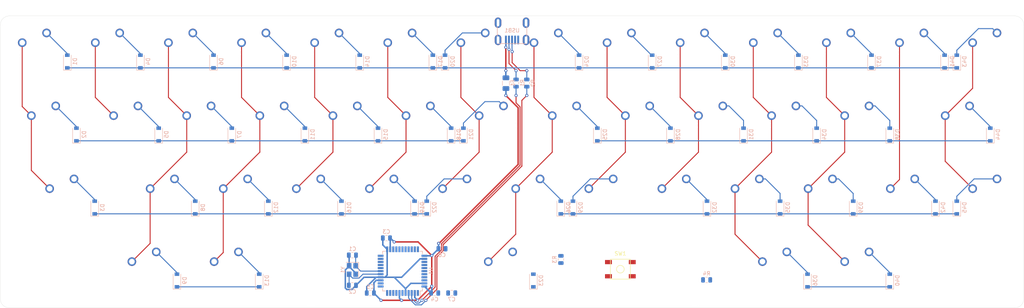
<source format=kicad_pcb>
(kicad_pcb (version 20171130) (host pcbnew "(6.0.0-rc1-dev-1672-g5c3f6f2ab)")
  (layers (0 F.Cu signal) (31 B.Cu signal) (34 B.Paste user) (35 F.Paste user) (36 B.SilkS user) (37 F.SilkS user) (38 B.Mask user) (39 F.Mask user) (44 Edge.Cuts user))
  (net 0 "")
  (net 1 GND)
  (net 2 "Net-(C1-Pad1)")
  (net 3 "Net-(C2-Pad1)")
  (net 4 +5V)
  (net 5 "Net-(C7-Pad1)")
  (net 6 ROW0)
  (net 7 "Net-(D1-Pad2)")
  (net 8 ROW1)
  (net 9 "Net-(D2-Pad2)")
  (net 10 "Net-(D3-Pad2)")
  (net 11 "Net-(D4-Pad2)")
  (net 12 "Net-(D5-Pad2)")
  (net 13 ROW2)
  (net 14 "Net-(D6-Pad2)")
  (net 15 "Net-(D7-Pad2)")
  (net 16 "Net-(D8-Pad2)")
  (net 17 "Net-(D9-Pad2)")
  (net 18 ROW3)
  (net 19 "Net-(D10-Pad2)")
  (net 20 "Net-(D11-Pad2)")
  (net 21 "Net-(D12-Pad2)")
  (net 22 "Net-(D13-Pad2)")
  (net 23 "Net-(D14-Pad2)")
  (net 24 "Net-(D15-Pad2)")
  (net 25 "Net-(D16-Pad2)")
  (net 26 "Net-(D17-Pad2)")
  (net 27 "Net-(D18-Pad2)")
  (net 28 "Net-(D19-Pad2)")
  (net 29 "Net-(D20-Pad2)")
  (net 30 "Net-(D21-Pad2)")
  (net 31 "Net-(D22-Pad2)")
  (net 32 "Net-(D23-Pad2)")
  (net 33 "Net-(D24-Pad2)")
  (net 34 "Net-(D25-Pad2)")
  (net 35 "Net-(D26-Pad2)")
  (net 36 "Net-(D27-Pad2)")
  (net 37 "Net-(D28-Pad2)")
  (net 38 "Net-(D29-Pad2)")
  (net 39 "Net-(D30-Pad2)")
  (net 40 "Net-(D31-Pad2)")
  (net 41 "Net-(D32-Pad2)")
  (net 42 "Net-(D33-Pad2)")
  (net 43 "Net-(D34-Pad2)")
  (net 44 "Net-(D35-Pad2)")
  (net 45 "Net-(D36-Pad2)")
  (net 46 "Net-(D37-Pad2)")
  (net 47 "Net-(D38-Pad2)")
  (net 48 "Net-(D39-Pad2)")
  (net 49 "Net-(D40-Pad2)")
  (net 50 "Net-(D41-Pad2)")
  (net 51 "Net-(D42-Pad2)")
  (net 52 "Net-(D43-Pad2)")
  (net 53 "Net-(D44-Pad2)")
  (net 54 "Net-(D45-Pad2)")
  (net 55 VCC)
  (net 56 COL0)
  (net 57 COL1)
  (net 58 COL2)
  (net 59 COL3)
  (net 60 COL4)
  (net 61 COL5)
  (net 62 COL6)
  (net 63 COL7)
  (net 64 COL8)
  (net 65 COL9)
  (net 66 COL10)
  (net 67 COL11)
  (net 68 COL12)
  (net 69 COL13)
  (net 70 D-)
  (net 71 "Net-(R1-Pad1)")
  (net 72 "Net-(R2-Pad1)")
  (net 73 D+)
  (net 74 "Net-(R3-Pad2)")
  (net 75 "Net-(R4-Pad2)")
  (net 76 "Net-(U1-Pad1)")
  (net 77 "Net-(U1-Pad8)")
  (net 78 "Net-(U1-Pad9)")
  (net 79 "Net-(U1-Pad10)")
  (net 80 "Net-(U1-Pad11)")
  (net 81 "Net-(U1-Pad12)")
  (net 82 "Net-(U1-Pad18)")
  (net 83 "Net-(U1-Pad19)")
  (net 84 "Net-(U1-Pad20)")
  (net 85 "Net-(U1-Pad21)")
  (net 86 "Net-(U1-Pad22)")
  (net 87 "Net-(U1-Pad25)")
  (net 88 "Net-(U1-Pad26)")
  (net 89 "Net-(U1-Pad27)")
  (net 90 "Net-(U1-Pad28)")
  (net 91 "Net-(U1-Pad29)")
  (net 92 "Net-(U1-Pad30)")
  (net 93 "Net-(U1-Pad31)")
  (net 94 "Net-(U1-Pad42)")
  (net 95 "Net-(USB1-Pad2)")
  (net 96 "Net-(USB1-Pad6)")
  (net 97 ROW4)
  (net 98 "Net-(U1-Pad32)")
  (net 99 "Net-(U1-Pad36)")
  (net 100 "Net-(U1-Pad37)")
  (net 101 "Net-(U1-Pad38)")
  (net 102 "Net-(U1-Pad39)")
  (net 103 "Net-(U1-Pad40)")
  (net 104 "Net-(U1-Pad41)")
  (module MX_Alps_Hybrid:MXOnly-1U-NoLED (layer F.Cu) (at 134.14375 115.8875)
    (fp_text reference MX22)
    (fp_text value MX-1U)
    (pad "" np_thru_hole circle (at 5.08 0 48.0996) (size 1.75 1.75) (drill 1.75) (layers *.Cu *.Mask))
    (pad "" np_thru_hole circle (at -5.08 0 48.0996) (size 1.75 1.75) (drill 1.75) (layers *.Cu *.Mask))
    (pad 1 thru_hole circle (at -3.81 -2.54) (size 2.25 2.25) (drill 1.47) (layers *.Cu B.Mask) (net 62 COL6))
    (pad "" np_thru_hole circle (at 0 0) (size 3.9878 3.9878) (drill 3.9878) (layers *.Cu *.Mask))
    (pad 2 thru_hole circle (at 2.54 -5.08) (size 2.25 2.25) (drill 1.47) (layers *.Cu B.Mask) (net 31 "Net-(D22-Pad2)"))
  )
  (module MX_Alps_Hybrid:MXOnly-6.25U-ReversedStabilizers-NoLED (layer F.Cu) (at 146.05 134.9375)
    (fp_text reference MX23)
    (fp_text value MX-6.25U)
    (pad "" np_thru_hole circle (at 49.9999 -8.255) (size 3.9878 3.9878) (drill 3.9878) (layers *.Cu *.Mask))
    (pad "" np_thru_hole circle (at -49.9999 -8.255) (size 3.9878 3.9878) (drill 3.9878) (layers *.Cu *.Mask))
    (pad "" np_thru_hole circle (at 49.9999 6.985) (size 3.048 3.048) (drill 3.048) (layers *.Cu *.Mask))
    (pad "" np_thru_hole circle (at -49.9999 6.985) (size 3.048 3.048) (drill 3.048) (layers *.Cu *.Mask))
    (pad "" np_thru_hole circle (at 5.08 0 48.0996) (size 1.75 1.75) (drill 1.75) (layers *.Cu *.Mask))
    (pad "" np_thru_hole circle (at -5.08 0 48.0996) (size 1.75 1.75) (drill 1.75) (layers *.Cu *.Mask))
    (pad 1 thru_hole circle (at -3.81 -2.54) (size 2.25 2.25) (drill 1.47) (layers *.Cu B.Mask) (net 63 COL7))
    (pad "" np_thru_hole circle (at 0 0) (size 3.9878 3.9878) (drill 3.9878) (layers *.Cu *.Mask))
    (pad 2 thru_hole circle (at 2.54 -5.08) (size 2.25 2.25) (drill 1.47) (layers *.Cu B.Mask) (net 32 "Net-(D23-Pad2)"))
  )
  (module MX_Alps_Hybrid:MXOnly-1U-NoLED (layer F.Cu) (at 53.18125 134.9375)
    (fp_text reference MX9)
    (fp_text value MX-1U)
    (pad 2 thru_hole circle (at 2.54 -5.08) (size 2.25 2.25) (drill 1.47) (layers *.Cu B.Mask) (net 17 "Net-(D9-Pad2)"))
    (pad "" np_thru_hole circle (at 0 0) (size 3.9878 3.9878) (drill 3.9878) (layers *.Cu *.Mask))
    (pad 1 thru_hole circle (at -3.81 -2.54) (size 2.25 2.25) (drill 1.47) (layers *.Cu B.Mask) (net 58 COL2))
    (pad "" np_thru_hole circle (at -5.08 0 48.0996) (size 1.75 1.75) (drill 1.75) (layers *.Cu *.Mask))
    (pad "" np_thru_hole circle (at 5.08 0 48.0996) (size 1.75 1.75) (drill 1.75) (layers *.Cu *.Mask))
  )
  (module MX_Alps_Hybrid:MXOnly-1.75U-NoLED (layer F.Cu) (at 31.75 115.8875)
    (fp_text reference MX3)
    (fp_text value MX-1.75U)
    (pad 2 thru_hole circle (at 2.54 -5.08) (size 2.25 2.25) (drill 1.47) (layers *.Cu B.Mask) (net 10 "Net-(D3-Pad2)"))
    (pad "" np_thru_hole circle (at 0 0) (size 3.9878 3.9878) (drill 3.9878) (layers *.Cu *.Mask))
    (pad 1 thru_hole circle (at -3.81 -2.54) (size 2.25 2.25) (drill 1.47) (layers *.Cu B.Mask) (net 56 COL0))
    (pad "" np_thru_hole circle (at -5.08 0 48.0996) (size 1.75 1.75) (drill 1.75) (layers *.Cu *.Mask))
    (pad "" np_thru_hole circle (at 5.08 0 48.0996) (size 1.75 1.75) (drill 1.75) (layers *.Cu *.Mask))
  )
  (module Capacitor_SMD:C_0805_2012Metric (layer B.Cu) (at 130.175 129.032)
    (fp_text reference C6 (at 0 1.65) (layer B.SilkS) (effects (justify mirror)))
    (fp_text value 10uF)
    (pad 1 smd roundrect (at -0.9375 0) (size 0.975 1.4) (layers B.Cu B.Paste B.Mask) (net 4 +5V))
    (pad 2 smd roundrect (at 0.9375 0) (size 0.975 1.4) (layers B.Cu B.Paste B.Mask) (net 1 GND))
  )
  (module MX_Alps_Hybrid:MXOnly-1U-NoLED (layer F.Cu) (at 162.71875 96.8375)
    (fp_text reference MX25)
    (fp_text value MX-1U)
    (pad "" np_thru_hole circle (at 5.08 0 48.0996) (size 1.75 1.75) (drill 1.75) (layers *.Cu *.Mask))
    (pad "" np_thru_hole circle (at -5.08 0 48.0996) (size 1.75 1.75) (drill 1.75) (layers *.Cu *.Mask))
    (pad 1 thru_hole circle (at -3.81 -2.54) (size 2.25 2.25) (drill 1.47) (layers *.Cu B.Mask) (net 63 COL7))
    (pad "" np_thru_hole circle (at 0 0) (size 3.9878 3.9878) (drill 3.9878) (layers *.Cu *.Mask))
    (pad 2 thru_hole circle (at 2.54 -5.08) (size 2.25 2.25) (drill 1.47) (layers *.Cu B.Mask) (net 34 "Net-(D25-Pad2)"))
  )
  (module Resistor_SMD:R_0805_2012Metric (layer B.Cu) (at 149.479 85.7885 90)
    (fp_text reference R1 (at 0 1.65 90) (layer B.SilkS) (effects (justify mirror)))
    (fp_text value 22)
    (pad 1 smd roundrect (at -0.9375 0 90) (size 0.975 1.4) (layers B.Cu B.Paste B.Mask) (net 71 "Net-(R1-Pad1)"))
    (pad 2 smd roundrect (at 0.9375 0 90) (size 0.975 1.4) (layers B.Cu B.Paste B.Mask) (net 70 D-))
  )
  (module Resistor_SMD:R_0805_2012Metric (layer B.Cu) (at 152.273 85.7885 90)
    (fp_text reference R2 (at 0 1.65 90) (layer B.SilkS) (effects (justify mirror)))
    (fp_text value 22)
    (pad 2 smd roundrect (at 0.9375 0 90) (size 0.975 1.4) (layers B.Cu B.Paste B.Mask) (net 73 D+))
    (pad 1 smd roundrect (at -0.9375 0 90) (size 0.975 1.4) (layers B.Cu B.Paste B.Mask) (net 72 "Net-(R2-Pad1)"))
  )
  (module MX_Alps_Hybrid:MXOnly-1U-NoLED (layer F.Cu) (at 138.90625 77.7875)
    (fp_text reference MX20)
    (fp_text value MX-1U)
    (pad "" np_thru_hole circle (at 5.08 0 48.0996) (size 1.75 1.75) (drill 1.75) (layers *.Cu *.Mask))
    (pad "" np_thru_hole circle (at -5.08 0 48.0996) (size 1.75 1.75) (drill 1.75) (layers *.Cu *.Mask))
    (pad 1 thru_hole circle (at -3.81 -2.54) (size 2.25 2.25) (drill 1.47) (layers *.Cu B.Mask) (net 62 COL6))
    (pad "" np_thru_hole circle (at 0 0) (size 3.9878 3.9878) (drill 3.9878) (layers *.Cu *.Mask))
    (pad 2 thru_hole circle (at 2.54 -5.08) (size 2.25 2.25) (drill 1.47) (layers *.Cu B.Mask) (net 29 "Net-(D20-Pad2)"))
  )
  (module MX_Alps_Hybrid:MXOnly-1U-NoLED (layer F.Cu) (at 272.25625 77.7875)
    (fp_text reference MX43)
    (fp_text value MX-1U)
    (pad 2 thru_hole circle (at 2.54 -5.08) (size 2.25 2.25) (drill 1.47) (layers *.Cu B.Mask) (net 52 "Net-(D43-Pad2)"))
    (pad "" np_thru_hole circle (at 0 0) (size 3.9878 3.9878) (drill 3.9878) (layers *.Cu *.Mask))
    (pad 1 thru_hole circle (at -3.81 -2.54) (size 2.25 2.25) (drill 1.47) (layers *.Cu B.Mask) (net 69 COL13))
    (pad "" np_thru_hole circle (at -5.08 0 48.0996) (size 1.75 1.75) (drill 1.75) (layers *.Cu *.Mask))
    (pad "" np_thru_hole circle (at 5.08 0 48.0996) (size 1.75 1.75) (drill 1.75) (layers *.Cu *.Mask))
  )
  (module Capacitor_SMD:C_0805_2012Metric (layer B.Cu) (at 106.829903 130.708531 180)
    (fp_text reference C1 (at 0 1.65 180) (layer B.SilkS) (effects (justify mirror)))
    (fp_text value 22pF)
    (pad 2 smd roundrect (at 0.9375 0 180) (size 0.975 1.4) (layers B.Cu B.Paste B.Mask) (net 1 GND))
    (pad 1 smd roundrect (at -0.9375 0 180) (size 0.975 1.4) (layers B.Cu B.Paste B.Mask) (net 2 "Net-(C1-Pad1)"))
  )
  (module Capacitor_SMD:C_0805_2012Metric (layer B.Cu) (at 106.829903 138.582531)
    (fp_text reference C2 (at 0 1.65) (layer B.SilkS) (effects (justify mirror)))
    (fp_text value 22pF)
    (pad 1 smd roundrect (at -0.9375 0) (size 0.975 1.4) (layers B.Cu B.Paste B.Mask) (net 3 "Net-(C2-Pad1)"))
    (pad 2 smd roundrect (at 0.9375 0) (size 0.975 1.4) (layers B.Cu B.Paste B.Mask) (net 1 GND))
  )
  (module Capacitor_SMD:C_0805_2012Metric (layer B.Cu) (at 115.697 126.238 180)
    (fp_text reference C3 (at 0 1.65 180) (layer B.SilkS) (effects (justify mirror)))
    (fp_text value 0.1uF)
    (pad 2 smd roundrect (at 0.9375 0 180) (size 0.975 1.4) (layers B.Cu B.Paste B.Mask) (net 1 GND))
    (pad 1 smd roundrect (at -0.9375 0 180) (size 0.975 1.4) (layers B.Cu B.Paste B.Mask) (net 4 +5V))
  )
  (module Capacitor_SMD:C_0805_2012Metric (layer B.Cu) (at 128.27 140.589)
    (fp_text reference C4 (at 0 1.65) (layer B.SilkS) (effects (justify mirror)))
    (fp_text value 0.1uF)
    (pad 1 smd roundrect (at -0.9375 0) (size 0.975 1.4) (layers B.Cu B.Paste B.Mask) (net 4 +5V))
    (pad 2 smd roundrect (at 0.9375 0) (size 0.975 1.4) (layers B.Cu B.Paste B.Mask) (net 1 GND))
  )
  (module Capacitor_SMD:C_0805_2012Metric (layer B.Cu) (at 111.506 140.589 180)
    (fp_text reference C5 (at 0 1.65 180) (layer B.SilkS) (effects (justify mirror)))
    (fp_text value 0.1uF)
    (pad 2 smd roundrect (at 0.9375 0 180) (size 0.975 1.4) (layers B.Cu B.Paste B.Mask) (net 1 GND))
    (pad 1 smd roundrect (at -0.9375 0 180) (size 0.975 1.4) (layers B.Cu B.Paste B.Mask) (net 4 +5V))
  )
  (module Capacitor_SMD:C_0805_2012Metric (layer B.Cu) (at 132.715 140.589)
    (fp_text reference C7 (at 0 1.65) (layer B.SilkS) (effects (justify mirror)))
    (fp_text value 1uF)
    (pad 1 smd roundrect (at -0.9375 0) (size 0.975 1.4) (layers B.Cu B.Paste B.Mask) (net 5 "Net-(C7-Pad1)"))
    (pad 2 smd roundrect (at 0.9375 0) (size 0.975 1.4) (layers B.Cu B.Paste B.Mask) (net 1 GND))
  )
  (module random-keyboard-parts:D_SOD-123-Pretty (layer B.Cu) (at 32.54375 80.16875 90)
    (fp_text reference D1 (at 0 2 90) (layer B.SilkS) (effects (justify mirror)))
    (fp_text value SOD-123)
    (pad 1 smd rect (at -1.65 0 90) (size 0.9 1.2) (layers B.Cu B.Paste B.Mask) (net 6 ROW0))
    (pad 2 smd rect (at 1.65 0 90) (size 0.9 1.2) (layers B.Cu B.Paste B.Mask) (net 7 "Net-(D1-Pad2)"))
  )
  (module random-keyboard-parts:D_SOD-123-Pretty (layer B.Cu) (at 34.925 99.21875 90)
    (fp_text reference D2 (at 0 2 90) (layer B.SilkS) (effects (justify mirror)))
    (fp_text value SOD-123)
    (pad 1 smd rect (at -1.65 0 90) (size 0.9 1.2) (layers B.Cu B.Paste B.Mask) (net 8 ROW1))
    (pad 2 smd rect (at 1.65 0 90) (size 0.9 1.2) (layers B.Cu B.Paste B.Mask) (net 9 "Net-(D2-Pad2)"))
  )
  (module random-keyboard-parts:D_SOD-123-Pretty (layer B.Cu) (at 51.59375 80.16875 90)
    (fp_text reference D4 (at 0 2 90) (layer B.SilkS) (effects (justify mirror)))
    (fp_text value SOD-123)
    (pad 1 smd rect (at -1.65 0 90) (size 0.9 1.2) (layers B.Cu B.Paste B.Mask) (net 6 ROW0))
    (pad 2 smd rect (at 1.65 0 90) (size 0.9 1.2) (layers B.Cu B.Paste B.Mask) (net 11 "Net-(D4-Pad2)"))
  )
  (module random-keyboard-parts:D_SOD-123-Pretty (layer B.Cu) (at 56.35625 99.21875 90)
    (fp_text reference D5 (at 0 2 90) (layer B.SilkS) (effects (justify mirror)))
    (fp_text value SOD-123)
    (pad 1 smd rect (at -1.65 0 90) (size 0.9 1.2) (layers B.Cu B.Paste B.Mask) (net 8 ROW1))
    (pad 2 smd rect (at 1.65 0 90) (size 0.9 1.2) (layers B.Cu B.Paste B.Mask) (net 12 "Net-(D5-Pad2)"))
  )
  (module random-keyboard-parts:D_SOD-123-Pretty (layer B.Cu) (at 39.6875 118.26875 90)
    (fp_text reference D3 (at 0 2 90) (layer B.SilkS) (effects (justify mirror)))
    (fp_text value SOD-123)
    (pad 2 smd rect (at 1.65 0 90) (size 0.9 1.2) (layers B.Cu B.Paste B.Mask) (net 10 "Net-(D3-Pad2)"))
    (pad 1 smd rect (at -1.65 0 90) (size 0.9 1.2) (layers B.Cu B.Paste B.Mask) (net 13 ROW2))
  )
  (module random-keyboard-parts:D_SOD-123-Pretty (layer B.Cu) (at 70.64375 80.16875 90)
    (fp_text reference D6 (at 0 2 90) (layer B.SilkS) (effects (justify mirror)))
    (fp_text value SOD-123)
    (pad 2 smd rect (at 1.65 0 90) (size 0.9 1.2) (layers B.Cu B.Paste B.Mask) (net 14 "Net-(D6-Pad2)"))
    (pad 1 smd rect (at -1.65 0 90) (size 0.9 1.2) (layers B.Cu B.Paste B.Mask) (net 6 ROW0))
  )
  (module random-keyboard-parts:D_SOD-123-Pretty (layer B.Cu) (at 75.40625 99.21875 90)
    (fp_text reference D7 (at 0 2 90) (layer B.SilkS) (effects (justify mirror)))
    (fp_text value SOD-123)
    (pad 1 smd rect (at -1.65 0 90) (size 0.9 1.2) (layers B.Cu B.Paste B.Mask) (net 8 ROW1))
    (pad 2 smd rect (at 1.65 0 90) (size 0.9 1.2) (layers B.Cu B.Paste B.Mask) (net 15 "Net-(D7-Pad2)"))
  )
  (module random-keyboard-parts:D_SOD-123-Pretty (layer B.Cu) (at 65.88125 118.26875 90)
    (fp_text reference D8 (at 0 2 90) (layer B.SilkS) (effects (justify mirror)))
    (fp_text value SOD-123)
    (pad 1 smd rect (at -1.65 0 90) (size 0.9 1.2) (layers B.Cu B.Paste B.Mask) (net 13 ROW2))
    (pad 2 smd rect (at 1.65 0 90) (size 0.9 1.2) (layers B.Cu B.Paste B.Mask) (net 16 "Net-(D8-Pad2)"))
  )
  (module random-keyboard-parts:D_SOD-123-Pretty (layer B.Cu) (at 61.11875 137.31875 90)
    (fp_text reference D9 (at 0 2 90) (layer B.SilkS) (effects (justify mirror)))
    (fp_text value SOD-123)
    (pad 2 smd rect (at 1.65 0 90) (size 0.9 1.2) (layers B.Cu B.Paste B.Mask) (net 17 "Net-(D9-Pad2)"))
    (pad 1 smd rect (at -1.65 0 90) (size 0.9 1.2) (layers B.Cu B.Paste B.Mask) (net 18 ROW3))
  )
  (module random-keyboard-parts:D_SOD-123-Pretty (layer B.Cu) (at 89.69375 80.16875 90)
    (fp_text reference D10 (at 0 2 90) (layer B.SilkS) (effects (justify mirror)))
    (fp_text value SOD-123)
    (pad 2 smd rect (at 1.65 0 90) (size 0.9 1.2) (layers B.Cu B.Paste B.Mask) (net 19 "Net-(D10-Pad2)"))
    (pad 1 smd rect (at -1.65 0 90) (size 0.9 1.2) (layers B.Cu B.Paste B.Mask) (net 6 ROW0))
  )
  (module random-keyboard-parts:D_SOD-123-Pretty (layer B.Cu) (at 94.45625 99.21875 90)
    (fp_text reference D11 (at 0 2 90) (layer B.SilkS) (effects (justify mirror)))
    (fp_text value SOD-123)
    (pad 2 smd rect (at 1.65 0 90) (size 0.9 1.2) (layers B.Cu B.Paste B.Mask) (net 20 "Net-(D11-Pad2)"))
    (pad 1 smd rect (at -1.65 0 90) (size 0.9 1.2) (layers B.Cu B.Paste B.Mask) (net 8 ROW1))
  )
  (module random-keyboard-parts:D_SOD-123-Pretty (layer B.Cu) (at 84.93125 118.26875 90)
    (fp_text reference D12 (at 0 2 90) (layer B.SilkS) (effects (justify mirror)))
    (fp_text value SOD-123)
    (pad 1 smd rect (at -1.65 0 90) (size 0.9 1.2) (layers B.Cu B.Paste B.Mask) (net 13 ROW2))
    (pad 2 smd rect (at 1.65 0 90) (size 0.9 1.2) (layers B.Cu B.Paste B.Mask) (net 21 "Net-(D12-Pad2)"))
  )
  (module random-keyboard-parts:D_SOD-123-Pretty (layer B.Cu) (at 82.55 137.31875 90)
    (fp_text reference D13 (at 0 2 90) (layer B.SilkS) (effects (justify mirror)))
    (fp_text value SOD-123)
    (pad 1 smd rect (at -1.65 0 90) (size 0.9 1.2) (layers B.Cu B.Paste B.Mask) (net 18 ROW3))
    (pad 2 smd rect (at 1.65 0 90) (size 0.9 1.2) (layers B.Cu B.Paste B.Mask) (net 22 "Net-(D13-Pad2)"))
  )
  (module random-keyboard-parts:D_SOD-123-Pretty (layer B.Cu) (at 108.74375 80.16875 90)
    (fp_text reference D14 (at 0 2 90) (layer B.SilkS) (effects (justify mirror)))
    (fp_text value SOD-123)
    (pad 1 smd rect (at -1.65 0 90) (size 0.9 1.2) (layers B.Cu B.Paste B.Mask) (net 6 ROW0))
    (pad 2 smd rect (at 1.65 0 90) (size 0.9 1.2) (layers B.Cu B.Paste B.Mask) (net 23 "Net-(D14-Pad2)"))
  )
  (module random-keyboard-parts:D_SOD-123-Pretty (layer B.Cu) (at 113.50625 99.21875 90)
    (fp_text reference D15 (at 0 2 90) (layer B.SilkS) (effects (justify mirror)))
    (fp_text value SOD-123)
    (pad 2 smd rect (at 1.65 0 90) (size 0.9 1.2) (layers B.Cu B.Paste B.Mask) (net 24 "Net-(D15-Pad2)"))
    (pad 1 smd rect (at -1.65 0 90) (size 0.9 1.2) (layers B.Cu B.Paste B.Mask) (net 8 ROW1))
  )
  (module random-keyboard-parts:D_SOD-123-Pretty (layer B.Cu) (at 103.98125 118.26875 90)
    (fp_text reference D16 (at 0 2 90) (layer B.SilkS) (effects (justify mirror)))
    (fp_text value SOD-123)
    (pad 1 smd rect (at -1.65 0 90) (size 0.9 1.2) (layers B.Cu B.Paste B.Mask) (net 13 ROW2))
    (pad 2 smd rect (at 1.65 0 90) (size 0.9 1.2) (layers B.Cu B.Paste B.Mask) (net 25 "Net-(D16-Pad2)"))
  )
  (module random-keyboard-parts:D_SOD-123-Pretty (layer B.Cu) (at 127.79375 80.16875 90)
    (fp_text reference D17 (at 0 2 90) (layer B.SilkS) (effects (justify mirror)))
    (fp_text value SOD-123)
    (pad 2 smd rect (at 1.65 0 90) (size 0.9 1.2) (layers B.Cu B.Paste B.Mask) (net 26 "Net-(D17-Pad2)"))
    (pad 1 smd rect (at -1.65 0 90) (size 0.9 1.2) (layers B.Cu B.Paste B.Mask) (net 6 ROW0))
  )
  (module random-keyboard-parts:D_SOD-123-Pretty (layer B.Cu) (at 132.55625 99.21875 90)
    (fp_text reference D18 (at 0 2 90) (layer B.SilkS) (effects (justify mirror)))
    (fp_text value SOD-123)
    (pad 1 smd rect (at -1.65 0 90) (size 0.9 1.2) (layers B.Cu B.Paste B.Mask) (net 8 ROW1))
    (pad 2 smd rect (at 1.65 0 90) (size 0.9 1.2) (layers B.Cu B.Paste B.Mask) (net 27 "Net-(D18-Pad2)"))
  )
  (module random-keyboard-parts:D_SOD-123-Pretty (layer B.Cu) (at 123.03125 118.26875 90)
    (fp_text reference D19 (at 0 2 90) (layer B.SilkS) (effects (justify mirror)))
    (fp_text value SOD-123)
    (pad 1 smd rect (at -1.65 0 90) (size 0.9 1.2) (layers B.Cu B.Paste B.Mask) (net 13 ROW2))
    (pad 2 smd rect (at 1.65 0 90) (size 0.9 1.2) (layers B.Cu B.Paste B.Mask) (net 28 "Net-(D19-Pad2)"))
  )
  (module random-keyboard-parts:D_SOD-123-Pretty (layer B.Cu) (at 130.96875 80.16875 90)
    (fp_text reference D20 (at 0 2 90) (layer B.SilkS) (effects (justify mirror)))
    (fp_text value SOD-123)
    (pad 1 smd rect (at -1.65 0 90) (size 0.9 1.2) (layers B.Cu B.Paste B.Mask) (net 6 ROW0))
    (pad 2 smd rect (at 1.65 0 90) (size 0.9 1.2) (layers B.Cu B.Paste B.Mask) (net 29 "Net-(D20-Pad2)"))
  )
  (module random-keyboard-parts:D_SOD-123-Pretty (layer B.Cu) (at 135.763 99.21875 90)
    (fp_text reference D21 (at 0 2 90) (layer B.SilkS) (effects (justify mirror)))
    (fp_text value SOD-123)
    (pad 1 smd rect (at -1.65 0 90) (size 0.9 1.2) (layers B.Cu B.Paste B.Mask) (net 8 ROW1))
    (pad 2 smd rect (at 1.65 0 90) (size 0.9 1.2) (layers B.Cu B.Paste B.Mask) (net 30 "Net-(D21-Pad2)"))
  )
  (module random-keyboard-parts:D_SOD-123-Pretty (layer B.Cu) (at 126.20625 118.26875 90)
    (fp_text reference D22 (at 0 2 90) (layer B.SilkS) (effects (justify mirror)))
    (fp_text value SOD-123)
    (pad 2 smd rect (at 1.65 0 90) (size 0.9 1.2) (layers B.Cu B.Paste B.Mask) (net 31 "Net-(D22-Pad2)"))
    (pad 1 smd rect (at -1.65 0 90) (size 0.9 1.2) (layers B.Cu B.Paste B.Mask) (net 13 ROW2))
  )
  (module random-keyboard-parts:D_SOD-123-Pretty (layer B.Cu) (at 153.9875 137.31875 90)
    (fp_text reference D23 (at 0 2 90) (layer B.SilkS) (effects (justify mirror)))
    (fp_text value SOD-123)
    (pad 1 smd rect (at -1.65 0 90) (size 0.9 1.2) (layers B.Cu B.Paste B.Mask) (net 18 ROW3))
    (pad 2 smd rect (at 1.65 0 90) (size 0.9 1.2) (layers B.Cu B.Paste B.Mask) (net 32 "Net-(D23-Pad2)"))
  )
  (module random-keyboard-parts:D_SOD-123-Pretty (layer B.Cu) (at 165.89375 80.16875 90)
    (fp_text reference D24 (at 0 2 90) (layer B.SilkS) (effects (justify mirror)))
    (fp_text value SOD-123)
    (pad 2 smd rect (at 1.65 0 90) (size 0.9 1.2) (layers B.Cu B.Paste B.Mask) (net 33 "Net-(D24-Pad2)"))
    (pad 1 smd rect (at -1.65 0 90) (size 0.9 1.2) (layers B.Cu B.Paste B.Mask) (net 6 ROW0))
  )
  (module random-keyboard-parts:D_SOD-123-Pretty (layer B.Cu) (at 170.65625 99.21875 90)
    (fp_text reference D25 (at 0 2 90) (layer B.SilkS) (effects (justify mirror)))
    (fp_text value SOD-123)
    (pad 2 smd rect (at 1.65 0 90) (size 0.9 1.2) (layers B.Cu B.Paste B.Mask) (net 34 "Net-(D25-Pad2)"))
    (pad 1 smd rect (at -1.65 0 90) (size 0.9 1.2) (layers B.Cu B.Paste B.Mask) (net 8 ROW1))
  )
  (module random-keyboard-parts:D_SOD-123-Pretty (layer B.Cu) (at 161.13125 118.26875 90)
    (fp_text reference D26 (at 0 2 90) (layer B.SilkS) (effects (justify mirror)))
    (fp_text value SOD-123)
    (pad 2 smd rect (at 1.65 0 90) (size 0.9 1.2) (layers B.Cu B.Paste B.Mask) (net 35 "Net-(D26-Pad2)"))
    (pad 1 smd rect (at -1.65 0 90) (size 0.9 1.2) (layers B.Cu B.Paste B.Mask) (net 13 ROW2))
  )
  (module random-keyboard-parts:D_SOD-123-Pretty (layer B.Cu) (at 184.94375 80.16875 90)
    (fp_text reference D27 (at 0 2 90) (layer B.SilkS) (effects (justify mirror)))
    (fp_text value SOD-123)
    (pad 2 smd rect (at 1.65 0 90) (size 0.9 1.2) (layers B.Cu B.Paste B.Mask) (net 36 "Net-(D27-Pad2)"))
    (pad 1 smd rect (at -1.65 0 90) (size 0.9 1.2) (layers B.Cu B.Paste B.Mask) (net 6 ROW0))
  )
  (module random-keyboard-parts:D_SOD-123-Pretty (layer B.Cu) (at 189.70625 99.21875 90)
    (fp_text reference D28 (at 0 2 90) (layer B.SilkS) (effects (justify mirror)))
    (fp_text value SOD-123)
    (pad 2 smd rect (at 1.65 0 90) (size 0.9 1.2) (layers B.Cu B.Paste B.Mask) (net 37 "Net-(D28-Pad2)"))
    (pad 1 smd rect (at -1.65 0 90) (size 0.9 1.2) (layers B.Cu B.Paste B.Mask) (net 8 ROW1))
  )
  (module random-keyboard-parts:D_SOD-123-Pretty (layer B.Cu) (at 164.30625 118.26875 90)
    (fp_text reference D29 (at 0 2 90) (layer B.SilkS) (effects (justify mirror)))
    (fp_text value SOD-123)
    (pad 2 smd rect (at 1.65 0 90) (size 0.9 1.2) (layers B.Cu B.Paste B.Mask) (net 38 "Net-(D29-Pad2)"))
    (pad 1 smd rect (at -1.65 0 90) (size 0.9 1.2) (layers B.Cu B.Paste B.Mask) (net 13 ROW2))
  )
  (module random-keyboard-parts:D_SOD-123-Pretty (layer B.Cu) (at 203.99375 80.16875 90)
    (fp_text reference D30 (at 0 2 90) (layer B.SilkS) (effects (justify mirror)))
    (fp_text value SOD-123)
    (pad 1 smd rect (at -1.65 0 90) (size 0.9 1.2) (layers B.Cu B.Paste B.Mask) (net 6 ROW0))
    (pad 2 smd rect (at 1.65 0 90) (size 0.9 1.2) (layers B.Cu B.Paste B.Mask) (net 39 "Net-(D30-Pad2)"))
  )
  (module random-keyboard-parts:D_SOD-123-Pretty (layer B.Cu) (at 208.75625 99.21875 90)
    (fp_text reference D31 (at 0 2 90) (layer B.SilkS) (effects (justify mirror)))
    (fp_text value SOD-123)
    (pad 1 smd rect (at -1.65 0 90) (size 0.9 1.2) (layers B.Cu B.Paste B.Mask) (net 8 ROW1))
    (pad 2 smd rect (at 1.65 0 90) (size 0.9 1.2) (layers B.Cu B.Paste B.Mask) (net 40 "Net-(D31-Pad2)"))
  )
  (module random-keyboard-parts:D_SOD-123-Pretty (layer B.Cu) (at 199.23125 118.26875 90)
    (fp_text reference D32 (at 0 2 90) (layer B.SilkS) (effects (justify mirror)))
    (fp_text value SOD-123)
    (pad 2 smd rect (at 1.65 0 90) (size 0.9 1.2) (layers B.Cu B.Paste B.Mask) (net 41 "Net-(D32-Pad2)"))
    (pad 1 smd rect (at -1.65 0 90) (size 0.9 1.2) (layers B.Cu B.Paste B.Mask) (net 13 ROW2))
  )
  (module random-keyboard-parts:D_SOD-123-Pretty (layer B.Cu) (at 223.04375 80.16875 90)
    (fp_text reference D33 (at 0 2 90) (layer B.SilkS) (effects (justify mirror)))
    (fp_text value SOD-123)
    (pad 1 smd rect (at -1.65 0 90) (size 0.9 1.2) (layers B.Cu B.Paste B.Mask) (net 6 ROW0))
    (pad 2 smd rect (at 1.65 0 90) (size 0.9 1.2) (layers B.Cu B.Paste B.Mask) (net 42 "Net-(D33-Pad2)"))
  )
  (module random-keyboard-parts:D_SOD-123-Pretty (layer B.Cu) (at 227.80625 99.21875 90)
    (fp_text reference D34 (at 0 2 90) (layer B.SilkS) (effects (justify mirror)))
    (fp_text value SOD-123)
    (pad 2 smd rect (at 1.65 0 90) (size 0.9 1.2) (layers B.Cu B.Paste B.Mask) (net 43 "Net-(D34-Pad2)"))
    (pad 1 smd rect (at -1.65 0 90) (size 0.9 1.2) (layers B.Cu B.Paste B.Mask) (net 8 ROW1))
  )
  (module random-keyboard-parts:D_SOD-123-Pretty (layer B.Cu) (at 218.28125 118.26875 90)
    (fp_text reference D35 (at 0 2 90) (layer B.SilkS) (effects (justify mirror)))
    (fp_text value SOD-123)
    (pad 2 smd rect (at 1.65 0 90) (size 0.9 1.2) (layers B.Cu B.Paste B.Mask) (net 44 "Net-(D35-Pad2)"))
    (pad 1 smd rect (at -1.65 0 90) (size 0.9 1.2) (layers B.Cu B.Paste B.Mask) (net 13 ROW2))
  )
  (module random-keyboard-parts:D_SOD-123-Pretty (layer B.Cu) (at 225.425 137.31875 90)
    (fp_text reference D36 (at 0 2 90) (layer B.SilkS) (effects (justify mirror)))
    (fp_text value SOD-123)
    (pad 2 smd rect (at 1.65 0 90) (size 0.9 1.2) (layers B.Cu B.Paste B.Mask) (net 45 "Net-(D36-Pad2)"))
    (pad 1 smd rect (at -1.65 0 90) (size 0.9 1.2) (layers B.Cu B.Paste B.Mask) (net 97 ROW4))
  )
  (module random-keyboard-parts:D_SOD-123-Pretty (layer B.Cu) (at 242.09375 80.16875 90)
    (fp_text reference D37 (at 0 2 90) (layer B.SilkS) (effects (justify mirror)))
    (fp_text value SOD-123)
    (pad 2 smd rect (at 1.65 0 90) (size 0.9 1.2) (layers B.Cu B.Paste B.Mask) (net 46 "Net-(D37-Pad2)"))
    (pad 1 smd rect (at -1.65 0 90) (size 0.9 1.2) (layers B.Cu B.Paste B.Mask) (net 6 ROW0))
  )
  (module random-keyboard-parts:D_SOD-123-Pretty (layer B.Cu) (at 246.85625 99.21875 90)
    (fp_text reference D38 (at 0 2 90) (layer B.SilkS) (effects (justify mirror)))
    (fp_text value SOD-123)
    (pad 1 smd rect (at -1.65 0 90) (size 0.9 1.2) (layers B.Cu B.Paste B.Mask) (net 8 ROW1))
    (pad 2 smd rect (at 1.65 0 90) (size 0.9 1.2) (layers B.Cu B.Paste B.Mask) (net 47 "Net-(D38-Pad2)"))
  )
  (module random-keyboard-parts:D_SOD-123-Pretty (layer B.Cu) (at 237.33125 118.26875 90)
    (fp_text reference D39 (at 0 2 90) (layer B.SilkS) (effects (justify mirror)))
    (fp_text value SOD-123)
    (pad 2 smd rect (at 1.65 0 90) (size 0.9 1.2) (layers B.Cu B.Paste B.Mask) (net 48 "Net-(D39-Pad2)"))
    (pad 1 smd rect (at -1.65 0 90) (size 0.9 1.2) (layers B.Cu B.Paste B.Mask) (net 13 ROW2))
  )
  (module random-keyboard-parts:D_SOD-123-Pretty (layer B.Cu) (at 246.85625 137.31875 90)
    (fp_text reference D40 (at 0 2 90) (layer B.SilkS) (effects (justify mirror)))
    (fp_text value SOD-123)
    (pad 1 smd rect (at -1.65 0 90) (size 0.9 1.2) (layers B.Cu B.Paste B.Mask) (net 97 ROW4))
    (pad 2 smd rect (at 1.65 0 90) (size 0.9 1.2) (layers B.Cu B.Paste B.Mask) (net 49 "Net-(D40-Pad2)"))
  )
  (module random-keyboard-parts:D_SOD-123-Pretty (layer B.Cu) (at 261.14375 80.16875 90)
    (fp_text reference D41 (at 0 2 90) (layer B.SilkS) (effects (justify mirror)))
    (fp_text value SOD-123)
    (pad 2 smd rect (at 1.65 0 90) (size 0.9 1.2) (layers B.Cu B.Paste B.Mask) (net 50 "Net-(D41-Pad2)"))
    (pad 1 smd rect (at -1.65 0 90) (size 0.9 1.2) (layers B.Cu B.Paste B.Mask) (net 6 ROW0))
  )
  (module random-keyboard-parts:D_SOD-123-Pretty (layer B.Cu) (at 258.7625 118.26875 90)
    (fp_text reference D42 (at 0 2 90) (layer B.SilkS) (effects (justify mirror)))
    (fp_text value SOD-123)
    (pad 2 smd rect (at 1.65 0 90) (size 0.9 1.2) (layers B.Cu B.Paste B.Mask) (net 51 "Net-(D42-Pad2)"))
    (pad 1 smd rect (at -1.65 0 90) (size 0.9 1.2) (layers B.Cu B.Paste B.Mask) (net 13 ROW2))
  )
  (module random-keyboard-parts:D_SOD-123-Pretty (layer B.Cu) (at 264.31875 80.16875 90)
    (fp_text reference D43 (at 0 2 90) (layer B.SilkS) (effects (justify mirror)))
    (fp_text value SOD-123)
    (pad 1 smd rect (at -1.65 0 90) (size 0.9 1.2) (layers B.Cu B.Paste B.Mask) (net 6 ROW0))
    (pad 2 smd rect (at 1.65 0 90) (size 0.9 1.2) (layers B.Cu B.Paste B.Mask) (net 52 "Net-(D43-Pad2)"))
  )
  (module random-keyboard-parts:D_SOD-123-Pretty (layer B.Cu) (at 273.05 99.21875 90)
    (fp_text reference D44 (at 0 2 90) (layer B.SilkS) (effects (justify mirror)))
    (fp_text value SOD-123)
    (pad 2 smd rect (at 1.65 0 90) (size 0.9 1.2) (layers B.Cu B.Paste B.Mask) (net 53 "Net-(D44-Pad2)"))
    (pad 1 smd rect (at -1.65 0 90) (size 0.9 1.2) (layers B.Cu B.Paste B.Mask) (net 8 ROW1))
  )
  (module random-keyboard-parts:D_SOD-123-Pretty (layer B.Cu) (at 264.31875 118.26875 90)
    (fp_text reference D45 (at 0 2 90) (layer B.SilkS) (effects (justify mirror)))
    (fp_text value SOD-123)
    (pad 1 smd rect (at -1.65 0 90) (size 0.9 1.2) (layers B.Cu B.Paste B.Mask) (net 13 ROW2))
    (pad 2 smd rect (at 1.65 0 90) (size 0.9 1.2) (layers B.Cu B.Paste B.Mask) (net 54 "Net-(D45-Pad2)"))
  )
  (module Fuse:Fuse_1206_3216Metric (layer B.Cu) (at 146.84375 85.82025 90)
    (fp_text reference F1 (at 0 1.82 90) (layer B.SilkS) (effects (justify mirror)))
    (fp_text value 500mA)
    (pad 2 smd roundrect (at 1.4 0 90) (size 1.25 1.75) (layers B.Cu B.Paste B.Mask) (roundrect_rratio 0.2) (net 55 VCC))
    (pad 1 smd roundrect (at -1.4 0 90) (size 1.25 1.75) (layers B.Cu B.Paste B.Mask) (roundrect_rratio 0.2) (net 4 +5V))
  )
  (module MX_Alps_Hybrid:MXOnly-1U-NoLED (layer F.Cu) (at 24.60625 77.7875)
    (fp_text reference MX1)
    (fp_text value MX-1U)
    (pad 2 thru_hole circle (at 2.54 -5.08) (size 2.25 2.25) (drill 1.47) (layers *.Cu B.Mask) (net 7 "Net-(D1-Pad2)"))
    (pad "" np_thru_hole circle (at 0 0) (size 3.9878 3.9878) (drill 3.9878) (layers *.Cu *.Mask))
    (pad 1 thru_hole circle (at -3.81 -2.54) (size 2.25 2.25) (drill 1.47) (layers *.Cu B.Mask) (net 56 COL0))
    (pad "" np_thru_hole circle (at -5.08 0 48.0996) (size 1.75 1.75) (drill 1.75) (layers *.Cu *.Mask))
    (pad "" np_thru_hole circle (at 5.08 0 48.0996) (size 1.75 1.75) (drill 1.75) (layers *.Cu *.Mask))
  )
  (module MX_Alps_Hybrid:MXOnly-1.25U-NoLED (layer F.Cu) (at 26.9875 96.8375)
    (fp_text reference MX2)
    (fp_text value MX-1.25U)
    (pad 2 thru_hole circle (at 2.54 -5.08) (size 2.25 2.25) (drill 1.47) (layers *.Cu B.Mask) (net 9 "Net-(D2-Pad2)"))
    (pad "" np_thru_hole circle (at 0 0) (size 3.9878 3.9878) (drill 3.9878) (layers *.Cu *.Mask))
    (pad 1 thru_hole circle (at -3.81 -2.54) (size 2.25 2.25) (drill 1.47) (layers *.Cu B.Mask) (net 56 COL0))
    (pad "" np_thru_hole circle (at -5.08 0 48.0996) (size 1.75 1.75) (drill 1.75) (layers *.Cu *.Mask))
    (pad "" np_thru_hole circle (at 5.08 0 48.0996) (size 1.75 1.75) (drill 1.75) (layers *.Cu *.Mask))
  )
  (module MX_Alps_Hybrid:MXOnly-1U-NoLED (layer F.Cu) (at 43.65625 77.7875)
    (fp_text reference MX4)
    (fp_text value MX-1U)
    (pad "" np_thru_hole circle (at 5.08 0 48.0996) (size 1.75 1.75) (drill 1.75) (layers *.Cu *.Mask))
    (pad "" np_thru_hole circle (at -5.08 0 48.0996) (size 1.75 1.75) (drill 1.75) (layers *.Cu *.Mask))
    (pad 1 thru_hole circle (at -3.81 -2.54) (size 2.25 2.25) (drill 1.47) (layers *.Cu B.Mask) (net 57 COL1))
    (pad "" np_thru_hole circle (at 0 0) (size 3.9878 3.9878) (drill 3.9878) (layers *.Cu *.Mask))
    (pad 2 thru_hole circle (at 2.54 -5.08) (size 2.25 2.25) (drill 1.47) (layers *.Cu B.Mask) (net 11 "Net-(D4-Pad2)"))
  )
  (module MX_Alps_Hybrid:MXOnly-1U-NoLED (layer F.Cu) (at 48.41875 96.8375)
    (fp_text reference MX5)
    (fp_text value MX-1U)
    (pad 2 thru_hole circle (at 2.54 -5.08) (size 2.25 2.25) (drill 1.47) (layers *.Cu B.Mask) (net 12 "Net-(D5-Pad2)"))
    (pad "" np_thru_hole circle (at 0 0) (size 3.9878 3.9878) (drill 3.9878) (layers *.Cu *.Mask))
    (pad 1 thru_hole circle (at -3.81 -2.54) (size 2.25 2.25) (drill 1.47) (layers *.Cu B.Mask) (net 57 COL1))
    (pad "" np_thru_hole circle (at -5.08 0 48.0996) (size 1.75 1.75) (drill 1.75) (layers *.Cu *.Mask))
    (pad "" np_thru_hole circle (at 5.08 0 48.0996) (size 1.75 1.75) (drill 1.75) (layers *.Cu *.Mask))
  )
  (module MX_Alps_Hybrid:MXOnly-1U-NoLED (layer F.Cu) (at 62.70625 77.7875)
    (fp_text reference MX6)
    (fp_text value MX-1U)
    (pad "" np_thru_hole circle (at 5.08 0 48.0996) (size 1.75 1.75) (drill 1.75) (layers *.Cu *.Mask))
    (pad "" np_thru_hole circle (at -5.08 0 48.0996) (size 1.75 1.75) (drill 1.75) (layers *.Cu *.Mask))
    (pad 1 thru_hole circle (at -3.81 -2.54) (size 2.25 2.25) (drill 1.47) (layers *.Cu B.Mask) (net 58 COL2))
    (pad "" np_thru_hole circle (at 0 0) (size 3.9878 3.9878) (drill 3.9878) (layers *.Cu *.Mask))
    (pad 2 thru_hole circle (at 2.54 -5.08) (size 2.25 2.25) (drill 1.47) (layers *.Cu B.Mask) (net 14 "Net-(D6-Pad2)"))
  )
  (module MX_Alps_Hybrid:MXOnly-1U-NoLED (layer F.Cu) (at 67.46875 96.8375)
    (fp_text reference MX7)
    (fp_text value MX-1U)
    (pad "" np_thru_hole circle (at 5.08 0 48.0996) (size 1.75 1.75) (drill 1.75) (layers *.Cu *.Mask))
    (pad "" np_thru_hole circle (at -5.08 0 48.0996) (size 1.75 1.75) (drill 1.75) (layers *.Cu *.Mask))
    (pad 1 thru_hole circle (at -3.81 -2.54) (size 2.25 2.25) (drill 1.47) (layers *.Cu B.Mask) (net 58 COL2))
    (pad "" np_thru_hole circle (at 0 0) (size 3.9878 3.9878) (drill 3.9878) (layers *.Cu *.Mask))
    (pad 2 thru_hole circle (at 2.54 -5.08) (size 2.25 2.25) (drill 1.47) (layers *.Cu B.Mask) (net 15 "Net-(D7-Pad2)"))
  )
  (module MX_Alps_Hybrid:MXOnly-1U-NoLED (layer F.Cu) (at 57.94375 115.8875)
    (fp_text reference MX8)
    (fp_text value MX-1U)
    (pad "" np_thru_hole circle (at 5.08 0 48.0996) (size 1.75 1.75) (drill 1.75) (layers *.Cu *.Mask))
    (pad "" np_thru_hole circle (at -5.08 0 48.0996) (size 1.75 1.75) (drill 1.75) (layers *.Cu *.Mask))
    (pad 1 thru_hole circle (at -3.81 -2.54) (size 2.25 2.25) (drill 1.47) (layers *.Cu B.Mask) (net 58 COL2))
    (pad "" np_thru_hole circle (at 0 0) (size 3.9878 3.9878) (drill 3.9878) (layers *.Cu *.Mask))
    (pad 2 thru_hole circle (at 2.54 -5.08) (size 2.25 2.25) (drill 1.47) (layers *.Cu B.Mask) (net 16 "Net-(D8-Pad2)"))
  )
  (module MX_Alps_Hybrid:MXOnly-1U-NoLED (layer F.Cu) (at 81.75625 77.7875)
    (fp_text reference MX10)
    (fp_text value MX-1U)
    (pad 2 thru_hole circle (at 2.54 -5.08) (size 2.25 2.25) (drill 1.47) (layers *.Cu B.Mask) (net 19 "Net-(D10-Pad2)"))
    (pad "" np_thru_hole circle (at 0 0) (size 3.9878 3.9878) (drill 3.9878) (layers *.Cu *.Mask))
    (pad 1 thru_hole circle (at -3.81 -2.54) (size 2.25 2.25) (drill 1.47) (layers *.Cu B.Mask) (net 59 COL3))
    (pad "" np_thru_hole circle (at -5.08 0 48.0996) (size 1.75 1.75) (drill 1.75) (layers *.Cu *.Mask))
    (pad "" np_thru_hole circle (at 5.08 0 48.0996) (size 1.75 1.75) (drill 1.75) (layers *.Cu *.Mask))
  )
  (module MX_Alps_Hybrid:MXOnly-1U-NoLED (layer F.Cu) (at 86.51875 96.8375)
    (fp_text reference MX11)
    (fp_text value MX-1U)
    (pad 2 thru_hole circle (at 2.54 -5.08) (size 2.25 2.25) (drill 1.47) (layers *.Cu B.Mask) (net 20 "Net-(D11-Pad2)"))
    (pad "" np_thru_hole circle (at 0 0) (size 3.9878 3.9878) (drill 3.9878) (layers *.Cu *.Mask))
    (pad 1 thru_hole circle (at -3.81 -2.54) (size 2.25 2.25) (drill 1.47) (layers *.Cu B.Mask) (net 59 COL3))
    (pad "" np_thru_hole circle (at -5.08 0 48.0996) (size 1.75 1.75) (drill 1.75) (layers *.Cu *.Mask))
    (pad "" np_thru_hole circle (at 5.08 0 48.0996) (size 1.75 1.75) (drill 1.75) (layers *.Cu *.Mask))
  )
  (module MX_Alps_Hybrid:MXOnly-1U-NoLED (layer F.Cu) (at 76.99375 115.8875)
    (fp_text reference MX12)
    (fp_text value MX-1U)
    (pad 2 thru_hole circle (at 2.54 -5.08) (size 2.25 2.25) (drill 1.47) (layers *.Cu B.Mask) (net 21 "Net-(D12-Pad2)"))
    (pad "" np_thru_hole circle (at 0 0) (size 3.9878 3.9878) (drill 3.9878) (layers *.Cu *.Mask))
    (pad 1 thru_hole circle (at -3.81 -2.54) (size 2.25 2.25) (drill 1.47) (layers *.Cu B.Mask) (net 59 COL3))
    (pad "" np_thru_hole circle (at -5.08 0 48.0996) (size 1.75 1.75) (drill 1.75) (layers *.Cu *.Mask))
    (pad "" np_thru_hole circle (at 5.08 0 48.0996) (size 1.75 1.75) (drill 1.75) (layers *.Cu *.Mask))
  )
  (module MX_Alps_Hybrid:MXOnly-1.25U-NoLED (layer F.Cu) (at 74.6125 134.9375)
    (fp_text reference MX13)
    (fp_text value MX-1.25U)
    (pad "" np_thru_hole circle (at 5.08 0 48.0996) (size 1.75 1.75) (drill 1.75) (layers *.Cu *.Mask))
    (pad "" np_thru_hole circle (at -5.08 0 48.0996) (size 1.75 1.75) (drill 1.75) (layers *.Cu *.Mask))
    (pad 1 thru_hole circle (at -3.81 -2.54) (size 2.25 2.25) (drill 1.47) (layers *.Cu B.Mask) (net 59 COL3))
    (pad "" np_thru_hole circle (at 0 0) (size 3.9878 3.9878) (drill 3.9878) (layers *.Cu *.Mask))
    (pad 2 thru_hole circle (at 2.54 -5.08) (size 2.25 2.25) (drill 1.47) (layers *.Cu B.Mask) (net 22 "Net-(D13-Pad2)"))
  )
  (module MX_Alps_Hybrid:MXOnly-1U-NoLED (layer F.Cu) (at 100.80625 77.7875)
    (fp_text reference MX14)
    (fp_text value MX-1U)
    (pad "" np_thru_hole circle (at 5.08 0 48.0996) (size 1.75 1.75) (drill 1.75) (layers *.Cu *.Mask))
    (pad "" np_thru_hole circle (at -5.08 0 48.0996) (size 1.75 1.75) (drill 1.75) (layers *.Cu *.Mask))
    (pad 1 thru_hole circle (at -3.81 -2.54) (size 2.25 2.25) (drill 1.47) (layers *.Cu B.Mask) (net 60 COL4))
    (pad "" np_thru_hole circle (at 0 0) (size 3.9878 3.9878) (drill 3.9878) (layers *.Cu *.Mask))
    (pad 2 thru_hole circle (at 2.54 -5.08) (size 2.25 2.25) (drill 1.47) (layers *.Cu B.Mask) (net 23 "Net-(D14-Pad2)"))
  )
  (module MX_Alps_Hybrid:MXOnly-1U-NoLED (layer F.Cu) (at 105.56875 96.8375)
    (fp_text reference MX15)
    (fp_text value MX-1U)
    (pad "" np_thru_hole circle (at 5.08 0 48.0996) (size 1.75 1.75) (drill 1.75) (layers *.Cu *.Mask))
    (pad "" np_thru_hole circle (at -5.08 0 48.0996) (size 1.75 1.75) (drill 1.75) (layers *.Cu *.Mask))
    (pad 1 thru_hole circle (at -3.81 -2.54) (size 2.25 2.25) (drill 1.47) (layers *.Cu B.Mask) (net 60 COL4))
    (pad "" np_thru_hole circle (at 0 0) (size 3.9878 3.9878) (drill 3.9878) (layers *.Cu *.Mask))
    (pad 2 thru_hole circle (at 2.54 -5.08) (size 2.25 2.25) (drill 1.47) (layers *.Cu B.Mask) (net 24 "Net-(D15-Pad2)"))
  )
  (module MX_Alps_Hybrid:MXOnly-1U-NoLED (layer F.Cu) (at 96.04375 115.8875)
    (fp_text reference MX16)
    (fp_text value MX-1U)
    (pad "" np_thru_hole circle (at 5.08 0 48.0996) (size 1.75 1.75) (drill 1.75) (layers *.Cu *.Mask))
    (pad "" np_thru_hole circle (at -5.08 0 48.0996) (size 1.75 1.75) (drill 1.75) (layers *.Cu *.Mask))
    (pad 1 thru_hole circle (at -3.81 -2.54) (size 2.25 2.25) (drill 1.47) (layers *.Cu B.Mask) (net 60 COL4))
    (pad "" np_thru_hole circle (at 0 0) (size 3.9878 3.9878) (drill 3.9878) (layers *.Cu *.Mask))
    (pad 2 thru_hole circle (at 2.54 -5.08) (size 2.25 2.25) (drill 1.47) (layers *.Cu B.Mask) (net 25 "Net-(D16-Pad2)"))
  )
  (module MX_Alps_Hybrid:MXOnly-1U-NoLED (layer F.Cu) (at 119.85625 77.7875)
    (fp_text reference MX17)
    (fp_text value MX-1U)
    (pad 2 thru_hole circle (at 2.54 -5.08) (size 2.25 2.25) (drill 1.47) (layers *.Cu B.Mask) (net 26 "Net-(D17-Pad2)"))
    (pad "" np_thru_hole circle (at 0 0) (size 3.9878 3.9878) (drill 3.9878) (layers *.Cu *.Mask))
    (pad 1 thru_hole circle (at -3.81 -2.54) (size 2.25 2.25) (drill 1.47) (layers *.Cu B.Mask) (net 61 COL5))
    (pad "" np_thru_hole circle (at -5.08 0 48.0996) (size 1.75 1.75) (drill 1.75) (layers *.Cu *.Mask))
    (pad "" np_thru_hole circle (at 5.08 0 48.0996) (size 1.75 1.75) (drill 1.75) (layers *.Cu *.Mask))
  )
  (module MX_Alps_Hybrid:MXOnly-1U-NoLED (layer F.Cu) (at 124.61875 96.8375)
    (fp_text reference MX18)
    (fp_text value MX-1U)
    (pad 2 thru_hole circle (at 2.54 -5.08) (size 2.25 2.25) (drill 1.47) (layers *.Cu B.Mask) (net 27 "Net-(D18-Pad2)"))
    (pad "" np_thru_hole circle (at 0 0) (size 3.9878 3.9878) (drill 3.9878) (layers *.Cu *.Mask))
    (pad 1 thru_hole circle (at -3.81 -2.54) (size 2.25 2.25) (drill 1.47) (layers *.Cu B.Mask) (net 61 COL5))
    (pad "" np_thru_hole circle (at -5.08 0 48.0996) (size 1.75 1.75) (drill 1.75) (layers *.Cu *.Mask))
    (pad "" np_thru_hole circle (at 5.08 0 48.0996) (size 1.75 1.75) (drill 1.75) (layers *.Cu *.Mask))
  )
  (module MX_Alps_Hybrid:MXOnly-1U-NoLED (layer F.Cu) (at 115.09375 115.8875)
    (fp_text reference MX19)
    (fp_text value MX-1U)
    (pad "" np_thru_hole circle (at 5.08 0 48.0996) (size 1.75 1.75) (drill 1.75) (layers *.Cu *.Mask))
    (pad "" np_thru_hole circle (at -5.08 0 48.0996) (size 1.75 1.75) (drill 1.75) (layers *.Cu *.Mask))
    (pad 1 thru_hole circle (at -3.81 -2.54) (size 2.25 2.25) (drill 1.47) (layers *.Cu B.Mask) (net 61 COL5))
    (pad "" np_thru_hole circle (at 0 0) (size 3.9878 3.9878) (drill 3.9878) (layers *.Cu *.Mask))
    (pad 2 thru_hole circle (at 2.54 -5.08) (size 2.25 2.25) (drill 1.47) (layers *.Cu B.Mask) (net 28 "Net-(D19-Pad2)"))
  )
  (module MX_Alps_Hybrid:MXOnly-1U-NoLED (layer F.Cu) (at 143.66875 96.8375)
    (fp_text reference MX21)
    (fp_text value MX-1U)
    (pad 2 thru_hole circle (at 2.54 -5.08) (size 2.25 2.25) (drill 1.47) (layers *.Cu B.Mask) (net 30 "Net-(D21-Pad2)"))
    (pad "" np_thru_hole circle (at 0 0) (size 3.9878 3.9878) (drill 3.9878) (layers *.Cu *.Mask))
    (pad 1 thru_hole circle (at -3.81 -2.54) (size 2.25 2.25) (drill 1.47) (layers *.Cu B.Mask) (net 62 COL6))
    (pad "" np_thru_hole circle (at -5.08 0 48.0996) (size 1.75 1.75) (drill 1.75) (layers *.Cu *.Mask))
    (pad "" np_thru_hole circle (at 5.08 0 48.0996) (size 1.75 1.75) (drill 1.75) (layers *.Cu *.Mask))
  )
  (module MX_Alps_Hybrid:MXOnly-1U-NoLED (layer F.Cu) (at 157.95625 77.7875)
    (fp_text reference MX24)
    (fp_text value MX-1U)
    (pad 2 thru_hole circle (at 2.54 -5.08) (size 2.25 2.25) (drill 1.47) (layers *.Cu B.Mask) (net 33 "Net-(D24-Pad2)"))
    (pad "" np_thru_hole circle (at 0 0) (size 3.9878 3.9878) (drill 3.9878) (layers *.Cu *.Mask))
    (pad 1 thru_hole circle (at -3.81 -2.54) (size 2.25 2.25) (drill 1.47) (layers *.Cu B.Mask) (net 63 COL7))
    (pad "" np_thru_hole circle (at -5.08 0 48.0996) (size 1.75 1.75) (drill 1.75) (layers *.Cu *.Mask))
    (pad "" np_thru_hole circle (at 5.08 0 48.0996) (size 1.75 1.75) (drill 1.75) (layers *.Cu *.Mask))
  )
  (module MX_Alps_Hybrid:MXOnly-1U-NoLED (layer F.Cu) (at 153.19375 115.8875)
    (fp_text reference MX26)
    (fp_text value MX-1U)
    (pad "" np_thru_hole circle (at 5.08 0 48.0996) (size 1.75 1.75) (drill 1.75) (layers *.Cu *.Mask))
    (pad "" np_thru_hole circle (at -5.08 0 48.0996) (size 1.75 1.75) (drill 1.75) (layers *.Cu *.Mask))
    (pad 1 thru_hole circle (at -3.81 -2.54) (size 2.25 2.25) (drill 1.47) (layers *.Cu B.Mask) (net 63 COL7))
    (pad "" np_thru_hole circle (at 0 0) (size 3.9878 3.9878) (drill 3.9878) (layers *.Cu *.Mask))
    (pad 2 thru_hole circle (at 2.54 -5.08) (size 2.25 2.25) (drill 1.47) (layers *.Cu B.Mask) (net 35 "Net-(D26-Pad2)"))
  )
  (module MX_Alps_Hybrid:MXOnly-1U-NoLED (layer F.Cu) (at 177.00625 77.7875)
    (fp_text reference MX27)
    (fp_text value MX-1U)
    (pad "" np_thru_hole circle (at 5.08 0 48.0996) (size 1.75 1.75) (drill 1.75) (layers *.Cu *.Mask))
    (pad "" np_thru_hole circle (at -5.08 0 48.0996) (size 1.75 1.75) (drill 1.75) (layers *.Cu *.Mask))
    (pad 1 thru_hole circle (at -3.81 -2.54) (size 2.25 2.25) (drill 1.47) (layers *.Cu B.Mask) (net 64 COL8))
    (pad "" np_thru_hole circle (at 0 0) (size 3.9878 3.9878) (drill 3.9878) (layers *.Cu *.Mask))
    (pad 2 thru_hole circle (at 2.54 -5.08) (size 2.25 2.25) (drill 1.47) (layers *.Cu B.Mask) (net 36 "Net-(D27-Pad2)"))
  )
  (module MX_Alps_Hybrid:MXOnly-1U-NoLED (layer F.Cu) (at 181.76875 96.8375)
    (fp_text reference MX28)
    (fp_text value MX-1U)
    (pad 2 thru_hole circle (at 2.54 -5.08) (size 2.25 2.25) (drill 1.47) (layers *.Cu B.Mask) (net 37 "Net-(D28-Pad2)"))
    (pad "" np_thru_hole circle (at 0 0) (size 3.9878 3.9878) (drill 3.9878) (layers *.Cu *.Mask))
    (pad 1 thru_hole circle (at -3.81 -2.54) (size 2.25 2.25) (drill 1.47) (layers *.Cu B.Mask) (net 64 COL8))
    (pad "" np_thru_hole circle (at -5.08 0 48.0996) (size 1.75 1.75) (drill 1.75) (layers *.Cu *.Mask))
    (pad "" np_thru_hole circle (at 5.08 0 48.0996) (size 1.75 1.75) (drill 1.75) (layers *.Cu *.Mask))
  )
  (module MX_Alps_Hybrid:MXOnly-1U-NoLED (layer F.Cu) (at 172.24375 115.8875)
    (fp_text reference MX29)
    (fp_text value MX-1U)
    (pad "" np_thru_hole circle (at 5.08 0 48.0996) (size 1.75 1.75) (drill 1.75) (layers *.Cu *.Mask))
    (pad "" np_thru_hole circle (at -5.08 0 48.0996) (size 1.75 1.75) (drill 1.75) (layers *.Cu *.Mask))
    (pad 1 thru_hole circle (at -3.81 -2.54) (size 2.25 2.25) (drill 1.47) (layers *.Cu B.Mask) (net 64 COL8))
    (pad "" np_thru_hole circle (at 0 0) (size 3.9878 3.9878) (drill 3.9878) (layers *.Cu *.Mask))
    (pad 2 thru_hole circle (at 2.54 -5.08) (size 2.25 2.25) (drill 1.47) (layers *.Cu B.Mask) (net 38 "Net-(D29-Pad2)"))
  )
  (module MX_Alps_Hybrid:MXOnly-1U-NoLED (layer F.Cu) (at 196.05625 77.7875)
    (fp_text reference MX30)
    (fp_text value MX-1U)
    (pad 2 thru_hole circle (at 2.54 -5.08) (size 2.25 2.25) (drill 1.47) (layers *.Cu B.Mask) (net 39 "Net-(D30-Pad2)"))
    (pad "" np_thru_hole circle (at 0 0) (size 3.9878 3.9878) (drill 3.9878) (layers *.Cu *.Mask))
    (pad 1 thru_hole circle (at -3.81 -2.54) (size 2.25 2.25) (drill 1.47) (layers *.Cu B.Mask) (net 65 COL9))
    (pad "" np_thru_hole circle (at -5.08 0 48.0996) (size 1.75 1.75) (drill 1.75) (layers *.Cu *.Mask))
    (pad "" np_thru_hole circle (at 5.08 0 48.0996) (size 1.75 1.75) (drill 1.75) (layers *.Cu *.Mask))
  )
  (module MX_Alps_Hybrid:MXOnly-1U-NoLED (layer F.Cu) (at 200.81875 96.8375)
    (fp_text reference MX31)
    (fp_text value MX-1U)
    (pad "" np_thru_hole circle (at 5.08 0 48.0996) (size 1.75 1.75) (drill 1.75) (layers *.Cu *.Mask))
    (pad "" np_thru_hole circle (at -5.08 0 48.0996) (size 1.75 1.75) (drill 1.75) (layers *.Cu *.Mask))
    (pad 1 thru_hole circle (at -3.81 -2.54) (size 2.25 2.25) (drill 1.47) (layers *.Cu B.Mask) (net 65 COL9))
    (pad "" np_thru_hole circle (at 0 0) (size 3.9878 3.9878) (drill 3.9878) (layers *.Cu *.Mask))
    (pad 2 thru_hole circle (at 2.54 -5.08) (size 2.25 2.25) (drill 1.47) (layers *.Cu B.Mask) (net 40 "Net-(D31-Pad2)"))
  )
  (module MX_Alps_Hybrid:MXOnly-1U-NoLED (layer F.Cu) (at 191.29375 115.8875)
    (fp_text reference MX32)
    (fp_text value MX-1U)
    (pad 2 thru_hole circle (at 2.54 -5.08) (size 2.25 2.25) (drill 1.47) (layers *.Cu B.Mask) (net 41 "Net-(D32-Pad2)"))
    (pad "" np_thru_hole circle (at 0 0) (size 3.9878 3.9878) (drill 3.9878) (layers *.Cu *.Mask))
    (pad 1 thru_hole circle (at -3.81 -2.54) (size 2.25 2.25) (drill 1.47) (layers *.Cu B.Mask) (net 65 COL9))
    (pad "" np_thru_hole circle (at -5.08 0 48.0996) (size 1.75 1.75) (drill 1.75) (layers *.Cu *.Mask))
    (pad "" np_thru_hole circle (at 5.08 0 48.0996) (size 1.75 1.75) (drill 1.75) (layers *.Cu *.Mask))
  )
  (module MX_Alps_Hybrid:MXOnly-1U-NoLED (layer F.Cu) (at 215.10625 77.7875)
    (fp_text reference MX33)
    (fp_text value MX-1U)
    (pad "" np_thru_hole circle (at 5.08 0 48.0996) (size 1.75 1.75) (drill 1.75) (layers *.Cu *.Mask))
    (pad "" np_thru_hole circle (at -5.08 0 48.0996) (size 1.75 1.75) (drill 1.75) (layers *.Cu *.Mask))
    (pad 1 thru_hole circle (at -3.81 -2.54) (size 2.25 2.25) (drill 1.47) (layers *.Cu B.Mask) (net 66 COL10))
    (pad "" np_thru_hole circle (at 0 0) (size 3.9878 3.9878) (drill 3.9878) (layers *.Cu *.Mask))
    (pad 2 thru_hole circle (at 2.54 -5.08) (size 2.25 2.25) (drill 1.47) (layers *.Cu B.Mask) (net 42 "Net-(D33-Pad2)"))
  )
  (module MX_Alps_Hybrid:MXOnly-1U-NoLED (layer F.Cu) (at 219.86875 96.8375)
    (fp_text reference MX34)
    (fp_text value MX-1U)
    (pad 2 thru_hole circle (at 2.54 -5.08) (size 2.25 2.25) (drill 1.47) (layers *.Cu B.Mask) (net 43 "Net-(D34-Pad2)"))
    (pad "" np_thru_hole circle (at 0 0) (size 3.9878 3.9878) (drill 3.9878) (layers *.Cu *.Mask))
    (pad 1 thru_hole circle (at -3.81 -2.54) (size 2.25 2.25) (drill 1.47) (layers *.Cu B.Mask) (net 66 COL10))
    (pad "" np_thru_hole circle (at -5.08 0 48.0996) (size 1.75 1.75) (drill 1.75) (layers *.Cu *.Mask))
    (pad "" np_thru_hole circle (at 5.08 0 48.0996) (size 1.75 1.75) (drill 1.75) (layers *.Cu *.Mask))
  )
  (module MX_Alps_Hybrid:MXOnly-1U-NoLED (layer F.Cu) (at 210.34375 115.8875)
    (fp_text reference MX35)
    (fp_text value MX-1U)
    (pad "" np_thru_hole circle (at 5.08 0 48.0996) (size 1.75 1.75) (drill 1.75) (layers *.Cu *.Mask))
    (pad "" np_thru_hole circle (at -5.08 0 48.0996) (size 1.75 1.75) (drill 1.75) (layers *.Cu *.Mask))
    (pad 1 thru_hole circle (at -3.81 -2.54) (size 2.25 2.25) (drill 1.47) (layers *.Cu B.Mask) (net 66 COL10))
    (pad "" np_thru_hole circle (at 0 0) (size 3.9878 3.9878) (drill 3.9878) (layers *.Cu *.Mask))
    (pad 2 thru_hole circle (at 2.54 -5.08) (size 2.25 2.25) (drill 1.47) (layers *.Cu B.Mask) (net 44 "Net-(D35-Pad2)"))
  )
  (module MX_Alps_Hybrid:MXOnly-1.25U-NoLED (layer F.Cu) (at 217.4875 134.9375)
    (fp_text reference MX36)
    (fp_text value MX-1.25U)
    (pad "" np_thru_hole circle (at 5.08 0 48.0996) (size 1.75 1.75) (drill 1.75) (layers *.Cu *.Mask))
    (pad "" np_thru_hole circle (at -5.08 0 48.0996) (size 1.75 1.75) (drill 1.75) (layers *.Cu *.Mask))
    (pad 1 thru_hole circle (at -3.81 -2.54) (size 2.25 2.25) (drill 1.47) (layers *.Cu B.Mask) (net 66 COL10))
    (pad "" np_thru_hole circle (at 0 0) (size 3.9878 3.9878) (drill 3.9878) (layers *.Cu *.Mask))
    (pad 2 thru_hole circle (at 2.54 -5.08) (size 2.25 2.25) (drill 1.47) (layers *.Cu B.Mask) (net 45 "Net-(D36-Pad2)"))
  )
  (module MX_Alps_Hybrid:MXOnly-1U-NoLED (layer F.Cu) (at 234.15625 77.7875)
    (fp_text reference MX37)
    (fp_text value MX-1U)
    (pad 2 thru_hole circle (at 2.54 -5.08) (size 2.25 2.25) (drill 1.47) (layers *.Cu B.Mask) (net 46 "Net-(D37-Pad2)"))
    (pad "" np_thru_hole circle (at 0 0) (size 3.9878 3.9878) (drill 3.9878) (layers *.Cu *.Mask))
    (pad 1 thru_hole circle (at -3.81 -2.54) (size 2.25 2.25) (drill 1.47) (layers *.Cu B.Mask) (net 67 COL11))
    (pad "" np_thru_hole circle (at -5.08 0 48.0996) (size 1.75 1.75) (drill 1.75) (layers *.Cu *.Mask))
    (pad "" np_thru_hole circle (at 5.08 0 48.0996) (size 1.75 1.75) (drill 1.75) (layers *.Cu *.Mask))
  )
  (module MX_Alps_Hybrid:MXOnly-1U-NoLED (layer F.Cu) (at 238.91875 96.8375)
    (fp_text reference MX38)
    (fp_text value MX-1U)
    (pad 2 thru_hole circle (at 2.54 -5.08) (size 2.25 2.25) (drill 1.47) (layers *.Cu B.Mask) (net 47 "Net-(D38-Pad2)"))
    (pad "" np_thru_hole circle (at 0 0) (size 3.9878 3.9878) (drill 3.9878) (layers *.Cu *.Mask))
    (pad 1 thru_hole circle (at -3.81 -2.54) (size 2.25 2.25) (drill 1.47) (layers *.Cu B.Mask) (net 67 COL11))
    (pad "" np_thru_hole circle (at -5.08 0 48.0996) (size 1.75 1.75) (drill 1.75) (layers *.Cu *.Mask))
    (pad "" np_thru_hole circle (at 5.08 0 48.0996) (size 1.75 1.75) (drill 1.75) (layers *.Cu *.Mask))
  )
  (module MX_Alps_Hybrid:MXOnly-1U-NoLED (layer F.Cu) (at 229.39375 115.8875)
    (fp_text reference MX39)
    (fp_text value MX-1U)
    (pad "" np_thru_hole circle (at 5.08 0 48.0996) (size 1.75 1.75) (drill 1.75) (layers *.Cu *.Mask))
    (pad "" np_thru_hole circle (at -5.08 0 48.0996) (size 1.75 1.75) (drill 1.75) (layers *.Cu *.Mask))
    (pad 1 thru_hole circle (at -3.81 -2.54) (size 2.25 2.25) (drill 1.47) (layers *.Cu B.Mask) (net 67 COL11))
    (pad "" np_thru_hole circle (at 0 0) (size 3.9878 3.9878) (drill 3.9878) (layers *.Cu *.Mask))
    (pad 2 thru_hole circle (at 2.54 -5.08) (size 2.25 2.25) (drill 1.47) (layers *.Cu B.Mask) (net 48 "Net-(D39-Pad2)"))
  )
  (module MX_Alps_Hybrid:MXOnly-1U-NoLED (layer F.Cu) (at 238.91875 134.9375)
    (fp_text reference MX40)
    (fp_text value MX-1U)
    (pad "" np_thru_hole circle (at 5.08 0 48.0996) (size 1.75 1.75) (drill 1.75) (layers *.Cu *.Mask))
    (pad "" np_thru_hole circle (at -5.08 0 48.0996) (size 1.75 1.75) (drill 1.75) (layers *.Cu *.Mask))
    (pad 1 thru_hole circle (at -3.81 -2.54) (size 2.25 2.25) (drill 1.47) (layers *.Cu B.Mask) (net 67 COL11))
    (pad "" np_thru_hole circle (at 0 0) (size 3.9878 3.9878) (drill 3.9878) (layers *.Cu *.Mask))
    (pad 2 thru_hole circle (at 2.54 -5.08) (size 2.25 2.25) (drill 1.47) (layers *.Cu B.Mask) (net 49 "Net-(D40-Pad2)"))
  )
  (module MX_Alps_Hybrid:MXOnly-1U-NoLED (layer F.Cu) (at 253.20625 77.7875)
    (fp_text reference MX41)
    (fp_text value MX-1U)
    (pad "" np_thru_hole circle (at 5.08 0 48.0996) (size 1.75 1.75) (drill 1.75) (layers *.Cu *.Mask))
    (pad "" np_thru_hole circle (at -5.08 0 48.0996) (size 1.75 1.75) (drill 1.75) (layers *.Cu *.Mask))
    (pad 1 thru_hole circle (at -3.81 -2.54) (size 2.25 2.25) (drill 1.47) (layers *.Cu B.Mask) (net 68 COL12))
    (pad "" np_thru_hole circle (at 0 0) (size 3.9878 3.9878) (drill 3.9878) (layers *.Cu *.Mask))
    (pad 2 thru_hole circle (at 2.54 -5.08) (size 2.25 2.25) (drill 1.47) (layers *.Cu B.Mask) (net 50 "Net-(D41-Pad2)"))
  )
  (module MX_Alps_Hybrid:MXOnly-1.75U-NoLED (layer F.Cu) (at 265.1125 96.8375)
    (fp_text reference MX44)
    (fp_text value MX-1.75U)
    (pad "" np_thru_hole circle (at 5.08 0 48.0996) (size 1.75 1.75) (drill 1.75) (layers *.Cu *.Mask))
    (pad "" np_thru_hole circle (at -5.08 0 48.0996) (size 1.75 1.75) (drill 1.75) (layers *.Cu *.Mask))
    (pad 1 thru_hole circle (at -3.81 -2.54) (size 2.25 2.25) (drill 1.47) (layers *.Cu B.Mask) (net 69 COL13))
    (pad "" np_thru_hole circle (at 0 0) (size 3.9878 3.9878) (drill 3.9878) (layers *.Cu *.Mask))
    (pad 2 thru_hole circle (at 2.54 -5.08) (size 2.25 2.25) (drill 1.47) (layers *.Cu B.Mask) (net 53 "Net-(D44-Pad2)"))
  )
  (module MX_Alps_Hybrid:MXOnly-1U-NoLED (layer F.Cu) (at 272.25625 115.8875)
    (fp_text reference MX45)
    (fp_text value MX-1U)
    (pad 2 thru_hole circle (at 2.54 -5.08) (size 2.25 2.25) (drill 1.47) (layers *.Cu B.Mask) (net 54 "Net-(D45-Pad2)"))
    (pad "" np_thru_hole circle (at 0 0) (size 3.9878 3.9878) (drill 3.9878) (layers *.Cu *.Mask))
    (pad 1 thru_hole circle (at -3.81 -2.54) (size 2.25 2.25) (drill 1.47) (layers *.Cu B.Mask) (net 69 COL13))
    (pad "" np_thru_hole circle (at -5.08 0 48.0996) (size 1.75 1.75) (drill 1.75) (layers *.Cu *.Mask))
    (pad "" np_thru_hole circle (at 5.08 0 48.0996) (size 1.75 1.75) (drill 1.75) (layers *.Cu *.Mask))
  )
  (module Resistor_SMD:R_0805_2012Metric (layer B.Cu) (at 161.163 131.826 270)
    (fp_text reference R3 (at 0 1.65 270) (layer B.SilkS) (effects (justify mirror)))
    (fp_text value 10k)
    (pad 1 smd roundrect (at -0.9375 0 270) (size 0.975 1.4) (layers B.Cu B.Paste B.Mask) (net 4 +5V))
    (pad 2 smd roundrect (at 0.9375 0 270) (size 0.975 1.4) (layers B.Cu B.Paste B.Mask) (net 74 "Net-(R3-Pad2)"))
  )
  (module Resistor_SMD:R_0805_2012Metric (layer B.Cu) (at 199.136 137.16 180)
    (fp_text reference R4 (at 0 1.65 180) (layer B.SilkS) (effects (justify mirror)))
    (fp_text value 10k)
    (pad 2 smd roundrect (at 0.9375 0 180) (size 0.975 1.4) (layers B.Cu B.Paste B.Mask) (net 75 "Net-(R4-Pad2)"))
    (pad 1 smd roundrect (at -0.9375 0 180) (size 0.975 1.4) (layers B.Cu B.Paste B.Mask) (net 1 GND))
  )
  (module random-keyboard-parts:SKQG-1155865 (layer F.Cu) (at 176.657 134.366 180)
    (fp_text reference SW1 (at 0 4.064 180) (layer F.SilkS))
    (fp_text value SW_PUSH)
    (pad 1 smd rect (at 3.1 1.85 180) (size 1.8 1.1) (layers F.Cu F.Paste F.Mask) (net 1 GND))
    (pad 2 smd rect (at -3.1 -1.85 180) (size 1.8 1.1) (layers F.Cu F.Paste F.Mask) (net 74 "Net-(R3-Pad2)"))
    (pad 3 smd rect (at 3.1 -1.85 180) (size 1.8 1.1) (layers F.Cu F.Paste F.Mask))
    (pad 4 smd rect (at -3.1 1.85 180) (size 1.8 1.1) (layers F.Cu F.Paste F.Mask))
  )
  (module Package_QFP:TQFP-44_10x10mm_P0.8mm (layer B.Cu) (at 119.888 134.874 90)
    (fp_text reference U1 (at 0 7.45 90) (layer B.SilkS) (effects (justify mirror)))
    (fp_text value ATmega32U4-AU)
    (pad 1 smd rect (at -5.7 4 90) (size 1.5 0.55) (layers B.Cu B.Paste B.Mask) (net 76 "Net-(U1-Pad1)"))
    (pad 2 smd rect (at -5.7 3.2 90) (size 1.5 0.55) (layers B.Cu B.Paste B.Mask) (net 4 +5V))
    (pad 3 smd rect (at -5.7 2.4 90) (size 1.5 0.55) (layers B.Cu B.Paste B.Mask) (net 71 "Net-(R1-Pad1)"))
    (pad 4 smd rect (at -5.7 1.6 90) (size 1.5 0.55) (layers B.Cu B.Paste B.Mask) (net 72 "Net-(R2-Pad1)"))
    (pad 5 smd rect (at -5.7 0.8 90) (size 1.5 0.55) (layers B.Cu B.Paste B.Mask) (net 1 GND))
    (pad 6 smd rect (at -5.7 0 90) (size 1.5 0.55) (layers B.Cu B.Paste B.Mask) (net 5 "Net-(C7-Pad1)"))
    (pad 7 smd rect (at -5.7 -0.8 90) (size 1.5 0.55) (layers B.Cu B.Paste B.Mask) (net 4 +5V))
    (pad 8 smd rect (at -5.7 -1.6 90) (size 1.5 0.55) (layers B.Cu B.Paste B.Mask) (net 77 "Net-(U1-Pad8)"))
    (pad 9 smd rect (at -5.7 -2.4 90) (size 1.5 0.55) (layers B.Cu B.Paste B.Mask) (net 78 "Net-(U1-Pad9)"))
    (pad 10 smd rect (at -5.7 -3.2 90) (size 1.5 0.55) (layers B.Cu B.Paste B.Mask) (net 79 "Net-(U1-Pad10)"))
    (pad 11 smd rect (at -5.7 -4 90) (size 1.5 0.55) (layers B.Cu B.Paste B.Mask) (net 80 "Net-(U1-Pad11)"))
    (pad 12 smd rect (at -4 -5.7) (size 1.5 0.55) (layers B.Cu B.Paste B.Mask) (net 81 "Net-(U1-Pad12)"))
    (pad 13 smd rect (at -3.2 -5.7) (size 1.5 0.55) (layers B.Cu B.Paste B.Mask) (net 74 "Net-(R3-Pad2)"))
    (pad 14 smd rect (at -2.4 -5.7) (size 1.5 0.55) (layers B.Cu B.Paste B.Mask) (net 4 +5V))
    (pad 15 smd rect (at -1.6 -5.7) (size 1.5 0.55) (layers B.Cu B.Paste B.Mask) (net 1 GND))
    (pad 16 smd rect (at -0.8 -5.7) (size 1.5 0.55) (layers B.Cu B.Paste B.Mask) (net 3 "Net-(C2-Pad1)"))
    (pad 17 smd rect (at 0 -5.7) (size 1.5 0.55) (layers B.Cu B.Paste B.Mask) (net 2 "Net-(C1-Pad1)"))
    (pad 18 smd rect (at 0.8 -5.7) (size 1.5 0.55) (layers B.Cu B.Paste B.Mask) (net 82 "Net-(U1-Pad18)"))
    (pad 19 smd rect (at 1.6 -5.7) (size 1.5 0.55) (layers B.Cu B.Paste B.Mask) (net 83 "Net-(U1-Pad19)"))
    (pad 20 smd rect (at 2.4 -5.7) (size 1.5 0.55) (layers B.Cu B.Paste B.Mask) (net 84 "Net-(U1-Pad20)"))
    (pad 21 smd rect (at 3.2 -5.7) (size 1.5 0.55) (layers B.Cu B.Paste B.Mask) (net 85 "Net-(U1-Pad21)"))
    (pad 22 smd rect (at 4 -5.7) (size 1.5 0.55) (layers B.Cu B.Paste B.Mask) (net 86 "Net-(U1-Pad22)"))
    (pad 23 smd rect (at 5.7 -4 90) (size 1.5 0.55) (layers B.Cu B.Paste B.Mask) (net 1 GND))
    (pad 24 smd rect (at 5.7 -3.2 90) (size 1.5 0.55) (layers B.Cu B.Paste B.Mask) (net 4 +5V))
    (pad 25 smd rect (at 5.7 -2.4 90) (size 1.5 0.55) (layers B.Cu B.Paste B.Mask) (net 87 "Net-(U1-Pad25)"))
    (pad 26 smd rect (at 5.7 -1.6 90) (size 1.5 0.55) (layers B.Cu B.Paste B.Mask) (net 88 "Net-(U1-Pad26)"))
    (pad 27 smd rect (at 5.7 -0.8 90) (size 1.5 0.55) (layers B.Cu B.Paste B.Mask) (net 89 "Net-(U1-Pad27)"))
    (pad 28 smd rect (at 5.7 0 90) (size 1.5 0.55) (layers B.Cu B.Paste B.Mask) (net 90 "Net-(U1-Pad28)"))
    (pad 29 smd rect (at 5.7 0.8 90) (size 1.5 0.55) (layers B.Cu B.Paste B.Mask) (net 91 "Net-(U1-Pad29)"))
    (pad 30 smd rect (at 5.7 1.6 90) (size 1.5 0.55) (layers B.Cu B.Paste B.Mask) (net 92 "Net-(U1-Pad30)"))
    (pad 31 smd rect (at 5.7 2.4 90) (size 1.5 0.55) (layers B.Cu B.Paste B.Mask) (net 93 "Net-(U1-Pad31)"))
    (pad 32 smd rect (at 5.7 3.2 90) (size 1.5 0.55) (layers B.Cu B.Paste B.Mask) (net 98 "Net-(U1-Pad32)"))
    (pad 33 smd rect (at 5.7 4 90) (size 1.5 0.55) (layers B.Cu B.Paste B.Mask) (net 75 "Net-(R4-Pad2)"))
    (pad 34 smd rect (at 4 5.7) (size 1.5 0.55) (layers B.Cu B.Paste B.Mask) (net 4 +5V))
    (pad 35 smd rect (at 3.2 5.7) (size 1.5 0.55) (layers B.Cu B.Paste B.Mask) (net 1 GND))
    (pad 36 smd rect (at 2.4 5.7) (size 1.5 0.55) (layers B.Cu B.Paste B.Mask) (net 99 "Net-(U1-Pad36)"))
    (pad 37 smd rect (at 1.6 5.7) (size 1.5 0.55) (layers B.Cu B.Paste B.Mask) (net 100 "Net-(U1-Pad37)"))
    (pad 38 smd rect (at 0.8 5.7) (size 1.5 0.55) (layers B.Cu B.Paste B.Mask) (net 101 "Net-(U1-Pad38)"))
    (pad 39 smd rect (at 0 5.7) (size 1.5 0.55) (layers B.Cu B.Paste B.Mask) (net 102 "Net-(U1-Pad39)"))
    (pad 40 smd rect (at -0.8 5.7) (size 1.5 0.55) (layers B.Cu B.Paste B.Mask) (net 103 "Net-(U1-Pad40)"))
    (pad 41 smd rect (at -1.6 5.7) (size 1.5 0.55) (layers B.Cu B.Paste B.Mask) (net 104 "Net-(U1-Pad41)"))
    (pad 42 smd rect (at -2.4 5.7) (size 1.5 0.55) (layers B.Cu B.Paste B.Mask) (net 94 "Net-(U1-Pad42)"))
    (pad 43 smd rect (at -3.2 5.7) (size 1.5 0.55) (layers B.Cu B.Paste B.Mask) (net 1 GND))
    (pad 44 smd rect (at -4 5.7) (size 1.5 0.55) (layers B.Cu B.Paste B.Mask) (net 4 +5V))
  )
  (module random-keyboard-parts:Molex-0548190589 (layer B.Cu) (at 148.43125 70.0405 270)
    (fp_text reference USB1 (at 2.032 0 180) (layer B.SilkS) (effects (justify mirror)))
    (fp_text value Molex-0548190589)
    (pad 1 smd rect (at 4.5 -1.6 270) (size 2.25 0.5) (layers B.Cu B.Paste B.Mask) (net 1 GND))
    (pad 2 smd rect (at 4.5 -0.8 270) (size 2.25 0.5) (layers B.Cu B.Paste B.Mask) (net 95 "Net-(USB1-Pad2)"))
    (pad 3 smd rect (at 4.5 0 270) (size 2.25 0.5) (layers B.Cu B.Paste B.Mask) (net 73 D+))
    (pad 4 smd rect (at 4.5 0.8 270) (size 2.25 0.5) (layers B.Cu B.Paste B.Mask) (net 70 D-))
    (pad 5 smd rect (at 4.5 1.6 270) (size 2.25 0.5) (layers B.Cu B.Paste B.Mask) (net 55 VCC))
    (pad 6 thru_hole oval (at 4.5 3.65 270) (size 2.7 1.7) (drill oval 1.9 0.7) (layers *.Cu *.Mask) (net 96 "Net-(USB1-Pad6)"))
    (pad 6 thru_hole oval (at 4.5 -3.65 270) (size 2.7 1.7) (drill oval 1.9 0.7) (layers *.Cu *.Mask) (net 96 "Net-(USB1-Pad6)"))
    (pad 6 thru_hole oval (at 0 -3.65 270) (size 2.7 1.7) (drill oval 1.9 0.7) (layers *.Cu *.Mask) (net 96 "Net-(USB1-Pad6)"))
    (pad 6 thru_hole oval (at 0 3.65 270) (size 2.7 1.7) (drill oval 1.9 0.7) (layers *.Cu *.Mask) (net 96 "Net-(USB1-Pad6)"))
  )
  (module Crystal:Crystal_SMD_3225-4Pin_3.2x2.5mm (layer B.Cu) (at 106.829903 134.582031 270)
    (fp_text reference Y1 (at 0 2.45 270) (layer B.SilkS) (effects (justify mirror)))
    (fp_text value 16MHz)
    (pad 1 smd rect (at -1.1 -0.85 270) (size 1.4 1.2) (layers B.Cu B.Paste B.Mask) (net 2 "Net-(C1-Pad1)"))
    (pad 2 smd rect (at 1.1 -0.85 270) (size 1.4 1.2) (layers B.Cu B.Paste B.Mask) (net 1 GND))
    (pad 3 smd rect (at 1.1 0.85 270) (size 1.4 1.2) (layers B.Cu B.Paste B.Mask) (net 3 "Net-(C2-Pad1)"))
    (pad 4 smd rect (at -1.1 0.85 270) (size 1.4 1.2) (layers B.Cu B.Paste B.Mask) (net 1 GND))
  )
  (module MX_Alps_Hybrid:MXOnly-1.25U-NoLED (layer F.Cu) (at 250.825 115.8875)
    (fp_text reference MX42)
    (fp_text value MX-1.25U)
    (pad "" np_thru_hole circle (at 5.08 0 48.0996) (size 1.75 1.75) (drill 1.75) (layers *.Cu *.Mask))
    (pad "" np_thru_hole circle (at -5.08 0 48.0996) (size 1.75 1.75) (drill 1.75) (layers *.Cu *.Mask))
    (pad 1 thru_hole circle (at -3.81 -2.54) (size 2.25 2.25) (drill 1.47) (layers *.Cu B.Mask) (net 68 COL12))
    (pad "" np_thru_hole circle (at 0 0) (size 3.9878 3.9878) (drill 3.9878) (layers *.Cu *.Mask))
    (pad 2 thru_hole circle (at 2.54 -5.08) (size 2.25 2.25) (drill 1.47) (layers *.Cu B.Mask) (net 51 "Net-(D42-Pad2)"))
  )
  (gr_line (start 281.78125 70.64375) (end 281.78125 142.08125) (layer Edge.Cuts) (width 0.05))
  (gr_line (start 279.4 144.4625) (end 17.4625 144.4625) (layer Edge.Cuts) (width 0.05))
  (gr_line (start 279.4 68.2625) (end 17.4625 68.2625) (layer Edge.Cuts) (width 0.05))
  (gr_line (start 15.08125 70.64375) (end 15.08125 142.08125) (layer Edge.Cuts) (width 0.05))
  (gr_arc (start 17.4625 70.64375) (end 17.4625 68.2625) (angle -90) (layer Edge.Cuts) (width 0.05))
  (gr_arc (start 17.4625 142.08125) (end 15.08125 142.08125) (angle -90) (layer Edge.Cuts) (width 0.05))
  (gr_arc (start 279.4 142.08125) (end 279.4 144.4625) (angle -90) (layer Edge.Cuts) (width 0.05))
  (gr_arc (start 279.4 70.64375) (end 281.78125 70.64375) (angle -90) (layer Edge.Cuts) (width 0.05))
  (segment (start 105.979903 130.796031) (end 105.892403 130.708531) (width 0.381) (layer B.Cu) (net 1))
  (segment (start 105.979903 133.482031) (end 105.979903 130.796031) (width 0.381) (layer B.Cu) (net 1))
  (segment (start 107.679903 135.379129) (end 107.679903 135.682031) (width 0.381) (layer B.Cu) (net 1))
  (segment (start 105.979903 133.679129) (end 107.679903 135.379129) (width 0.381) (layer B.Cu) (net 1))
  (segment (start 105.979903 133.482031) (end 105.979903 133.679129) (width 0.381) (layer B.Cu) (net 1))
  (segment (start 105.979903 133.582031) (end 105.979903 133.482031) (width 0.381) (layer B.Cu) (net 1))
  (segment (start 104.989402 134.572532) (end 105.979903 133.582031) (width 0.381) (layer B.Cu) (net 1))
  (segment (start 104.989402 139.27651) (end 104.989402 134.572532) (width 0.381) (layer B.Cu) (net 1))
  (segment (start 105.385933 139.673041) (end 104.989402 139.27651) (width 0.381) (layer B.Cu) (net 1))
  (segment (start 106.676893 139.673041) (end 105.385933 139.673041) (width 0.381) (layer B.Cu) (net 1))
  (segment (start 107.767403 138.582531) (end 106.676893 139.673041) (width 0.381) (layer B.Cu) (net 1))
  (segment (start 107.767403 138.582531) (end 109.875934 136.474) (width 0.381) (layer B.Cu) (net 1))
  (segment (start 115.888 130.305) (end 115.888 129.174) (width 0.381) (layer B.Cu) (net 1))
  (segment (start 115.888 135.905) (end 115.888 130.305) (width 0.381) (layer B.Cu) (net 1))
  (segment (start 115.319 136.474) (end 115.888 135.905) (width 0.381) (layer B.Cu) (net 1))
  (segment (start 114.188 136.474) (end 115.319 136.474) (width 0.381) (layer B.Cu) (net 1))
  (segment (start 120.688 139.443) (end 120.688 140.574) (width 0.381) (layer B.Cu) (net 1))
  (segment (start 117.719 136.474) (end 120.688 139.443) (width 0.381) (layer B.Cu) (net 1))
  (segment (start 115.319 136.474) (end 117.719 136.474) (width 0.381) (layer B.Cu) (net 1))
  (segment (start 122.057 138.074) (end 120.688 139.443) (width 0.381) (layer B.Cu) (net 1))
  (segment (start 125.588 138.074) (end 122.057 138.074) (width 0.381) (layer B.Cu) (net 1))
  (segment (start 119.657 136.474) (end 117.719 136.474) (width 0.381) (layer B.Cu) (net 1))
  (segment (start 124.457 131.674) (end 119.657 136.474) (width 0.381) (layer B.Cu) (net 1))
  (segment (start 125.588 131.674) (end 124.457 131.674) (width 0.381) (layer B.Cu) (net 1))
  (segment (start 113.035328 136.474) (end 113.233 136.474) (width 0.381) (layer B.Cu) (net 1))
  (segment (start 110.5685 138.940828) (end 113.035328 136.474) (width 0.381) (layer B.Cu) (net 1))
  (segment (start 110.5685 140.589) (end 110.5685 138.940828) (width 0.381) (layer B.Cu) (net 1))
  (segment (start 109.875934 136.474) (end 113.233 136.474) (width 0.381) (layer B.Cu) (net 1))
  (segment (start 113.233 136.474) (end 114.188 136.474) (width 0.381) (layer B.Cu) (net 1))
  (segment (start 114.7595 128.0455) (end 115.888 129.174) (width 0.381) (layer B.Cu) (net 1))
  (segment (start 114.7595 126.238) (end 114.7595 128.0455) (width 0.381) (layer B.Cu) (net 1))
  (segment (start 107.679903 133.582031) (end 107.679903 133.482031) (width 0.254) (layer B.Cu) (net 2))
  (segment (start 108.971872 134.874) (end 107.679903 133.582031) (width 0.254) (layer B.Cu) (net 2))
  (segment (start 114.188 134.874) (end 108.971872 134.874) (width 0.254) (layer B.Cu) (net 2))
  (segment (start 107.679903 130.796031) (end 107.767403 130.708531) (width 0.254) (layer B.Cu) (net 2))
  (segment (start 107.679903 133.482031) (end 107.679903 130.796031) (width 0.254) (layer B.Cu) (net 2))
  (segment (start 105.979903 138.495031) (end 105.892403 138.582531) (width 0.254) (layer B.Cu) (net 3))
  (segment (start 105.979903 135.682031) (end 105.979903 138.495031) (width 0.254) (layer B.Cu) (net 3))
  (segment (start 105.979903 135.782031) (end 105.979903 135.682031) (width 0.254) (layer B.Cu) (net 3))
  (segment (start 106.906904 136.709032) (end 105.979903 135.782031) (width 0.254) (layer B.Cu) (net 3))
  (segment (start 108.541504 136.709032) (end 106.906904 136.709032) (width 0.254) (layer B.Cu) (net 3))
  (segment (start 109.576536 135.674) (end 108.541504 136.709032) (width 0.254) (layer B.Cu) (net 3))
  (segment (start 114.188 135.674) (end 109.576536 135.674) (width 0.254) (layer B.Cu) (net 3))
  (segment (start 125.588 130.874) (end 125.6175 130.874) (width 0.381) (layer B.Cu) (net 4))
  (segment (start 112.4435 139.789) (end 112.4435 140.589) (width 0.381) (layer B.Cu) (net 4))
  (segment (start 112.4435 137.8875) (end 112.4435 139.789) (width 0.381) (layer B.Cu) (net 4))
  (segment (start 113.057 137.274) (end 112.4435 137.8875) (width 0.381) (layer B.Cu) (net 4))
  (segment (start 114.188 137.274) (end 113.057 137.274) (width 0.381) (layer B.Cu) (net 4))
  (segment (start 125.6175 138.874) (end 127.3325 140.589) (width 0.381) (layer B.Cu) (net 4))
  (segment (start 125.588 138.874) (end 125.6175 138.874) (width 0.381) (layer B.Cu) (net 4))
  (segment (start 116.688 126.2915) (end 116.6345 126.238) (width 0.381) (layer B.Cu) (net 4))
  (segment (start 116.688 129.174) (end 116.688 126.2915) (width 0.381) (layer B.Cu) (net 4))
  (via (at 127.508 130.81) (size 0.8) (drill 0.4) (layers F.Cu B.Cu) (net 4))
  (segment (start 125.588 130.874) (end 127.444 130.874) (width 0.381) (layer B.Cu) (net 4))
  (segment (start 127.444 130.874) (end 127.508 130.81) (width 0.381) (layer B.Cu) (net 4))
  (via (at 127.508 138.811) (size 0.8) (drill 0.4) (layers F.Cu B.Cu) (net 4))
  (segment (start 127.508 130.81) (end 127.508 138.811) (width 0.381) (layer F.Cu) (net 4))
  (segment (start 127.508 140.4135) (end 127.3325 140.589) (width 0.381) (layer B.Cu) (net 4))
  (segment (start 127.508 138.811) (end 127.508 140.4135) (width 0.381) (layer B.Cu) (net 4))
  (segment (start 127.508 138.811) (end 123.825 142.494) (width 0.381) (layer F.Cu) (net 4))
  (via (at 119.634 142.494) (size 0.8) (drill 0.4) (layers F.Cu B.Cu) (net 4))
  (segment (start 119.088 141.948) (end 119.634 142.494) (width 0.381) (layer B.Cu) (net 4))
  (segment (start 119.088 140.574) (end 119.088 141.948) (width 0.381) (layer B.Cu) (net 4))
  (segment (start 119.634 142.494) (end 115.824 142.494) (width 0.381) (layer F.Cu) (net 4))
  (segment (start 123.825 142.494) (end 122.682 142.494) (width 0.381) (layer F.Cu) (net 4))
  (segment (start 122.682 142.494) (end 119.634 142.494) (width 0.381) (layer F.Cu) (net 4))
  (via (at 114.3 142.494) (size 0.8) (drill 0.4) (layers F.Cu B.Cu) (net 4))
  (segment (start 112.4435 140.589) (end 112.4435 140.6375) (width 0.381) (layer B.Cu) (net 4))
  (segment (start 112.4435 140.6375) (end 114.3 142.494) (width 0.381) (layer B.Cu) (net 4))
  (segment (start 114.3 142.494) (end 115.824 142.494) (width 0.381) (layer F.Cu) (net 4))
  (via (at 117.729 127.254) (size 0.8) (drill 0.4) (layers F.Cu B.Cu) (net 4))
  (segment (start 116.6345 126.238) (end 116.713 126.238) (width 0.381) (layer B.Cu) (net 4))
  (segment (start 116.713 126.238) (end 117.729 127.254) (width 0.381) (layer B.Cu) (net 4))
  (segment (start 123.952 127.254) (end 127.508 130.81) (width 0.381) (layer F.Cu) (net 4))
  (segment (start 117.729 127.254) (end 123.952 127.254) (width 0.381) (layer F.Cu) (net 4))
  (segment (start 129.2375 129.0805) (end 127.508 130.81) (width 0.381) (layer B.Cu) (net 4))
  (segment (start 129.2375 129.032) (end 129.2375 129.0805) (width 0.381) (layer B.Cu) (net 4))
  (via (at 123.825 142.494) (size 0.8) (drill 0.4) (layers F.Cu B.Cu) (net 4))
  (segment (start 123.088 140.574) (end 123.088 141.757) (width 0.381) (layer B.Cu) (net 4))
  (segment (start 123.088 141.757) (end 123.825 142.494) (width 0.381) (layer B.Cu) (net 4))
  (via (at 129.286 127.635) (size 0.8) (drill 0.4) (layers F.Cu B.Cu) (net 4))
  (segment (start 150.014251 107.033749) (end 129.413 127.635) (width 0.381) (layer F.Cu) (net 4))
  (segment (start 129.413 127.635) (end 129.286 127.635) (width 0.381) (layer F.Cu) (net 4))
  (segment (start 129.286 128.9835) (end 129.2375 129.032) (width 0.381) (layer B.Cu) (net 4))
  (segment (start 129.286 127.635) (end 129.286 128.9835) (width 0.381) (layer B.Cu) (net 4))
  (via (at 146.812 89.027) (size 0.8) (drill 0.4) (layers F.Cu B.Cu) (net 4))
  (segment (start 146.84375 87.22025) (end 146.84375 88.99525) (width 0.381) (layer B.Cu) (net 4))
  (segment (start 146.84375 88.99525) (end 146.812 89.027) (width 0.381) (layer B.Cu) (net 4))
  (segment (start 150.014251 92.229251) (end 150.014251 107.033749) (width 0.381) (layer F.Cu) (net 4))
  (segment (start 146.812 89.027) (end 150.014251 92.229251) (width 0.381) (layer F.Cu) (net 4))
  (segment (start 32.54375 81.81875) (end 264.31875 81.81875) (width 0.254) (layer B.Cu) (net 6))
  (segment (start 32.54375 78.105) (end 32.54375 78.51875) (width 0.254) (layer B.Cu) (net 7))
  (segment (start 27.14625 72.7075) (end 32.54375 78.105) (width 0.254) (layer B.Cu) (net 7))
  (segment (start 34.925 100.86875) (end 135.763 100.86875) (width 0.254) (layer B.Cu) (net 8))
  (segment (start 170.65625 100.86875) (end 273.05 100.86875) (width 0.254) (layer B.Cu) (net 8))
  (segment (start 34.925 97.155) (end 34.925 97.56875) (width 0.254) (layer B.Cu) (net 9))
  (segment (start 29.5275 91.7575) (end 34.925 97.155) (width 0.254) (layer B.Cu) (net 9))
  (segment (start 39.6875 116.205) (end 39.6875 116.61875) (width 0.254) (layer B.Cu) (net 10))
  (segment (start 34.29 110.8075) (end 39.6875 116.205) (width 0.254) (layer B.Cu) (net 10))
  (segment (start 51.59375 78.105) (end 51.59375 78.51875) (width 0.254) (layer B.Cu) (net 11))
  (segment (start 46.19625 72.7075) (end 51.59375 78.105) (width 0.254) (layer B.Cu) (net 11))
  (segment (start 56.35625 97.155) (end 56.35625 97.56875) (width 0.254) (layer B.Cu) (net 12))
  (segment (start 50.95875 91.7575) (end 56.35625 97.155) (width 0.254) (layer B.Cu) (net 12))
  (segment (start 126.20625 119.91875) (end 39.6875 119.91875) (width 0.254) (layer B.Cu) (net 13))
  (segment (start 161.13125 119.91875) (end 264.31875 119.91875) (width 0.254) (layer B.Cu) (net 13))
  (segment (start 70.64375 78.105) (end 70.64375 78.51875) (width 0.254) (layer B.Cu) (net 14))
  (segment (start 65.24625 72.7075) (end 70.64375 78.105) (width 0.254) (layer B.Cu) (net 14))
  (segment (start 75.40625 97.155) (end 75.40625 97.56875) (width 0.254) (layer B.Cu) (net 15))
  (segment (start 70.00875 91.7575) (end 75.40625 97.155) (width 0.254) (layer B.Cu) (net 15))
  (segment (start 65.88125 116.205) (end 65.88125 116.61875) (width 0.254) (layer B.Cu) (net 16))
  (segment (start 60.48375 110.8075) (end 65.88125 116.205) (width 0.254) (layer B.Cu) (net 16))
  (segment (start 61.11875 135.255) (end 61.11875 135.66875) (width 0.254) (layer B.Cu) (net 17))
  (segment (start 55.72125 129.8575) (end 61.11875 135.255) (width 0.254) (layer B.Cu) (net 17))
  (segment (start 61.97275 138.96875) (end 82.55 138.96875) (width 0.254) (layer B.Cu) (net 18))
  (segment (start 61.11875 138.96875) (end 61.97275 138.96875) (width 0.254) (layer B.Cu) (net 18))
  (segment (start 89.69375 78.105) (end 89.69375 78.51875) (width 0.254) (layer B.Cu) (net 19))
  (segment (start 84.29625 72.7075) (end 89.69375 78.105) (width 0.254) (layer B.Cu) (net 19))
  (segment (start 94.45625 97.155) (end 94.45625 97.56875) (width 0.254) (layer B.Cu) (net 20))
  (segment (start 89.05875 91.7575) (end 94.45625 97.155) (width 0.254) (layer B.Cu) (net 20))
  (segment (start 84.93125 116.205) (end 84.93125 116.61875) (width 0.254) (layer B.Cu) (net 21))
  (segment (start 79.53375 110.8075) (end 84.93125 116.205) (width 0.254) (layer B.Cu) (net 21))
  (segment (start 82.55 135.255) (end 82.55 135.66875) (width 0.254) (layer B.Cu) (net 22))
  (segment (start 77.1525 129.8575) (end 82.55 135.255) (width 0.254) (layer B.Cu) (net 22))
  (segment (start 108.74375 78.105) (end 108.74375 78.51875) (width 0.254) (layer B.Cu) (net 23))
  (segment (start 103.34625 72.7075) (end 108.74375 78.105) (width 0.254) (layer B.Cu) (net 23))
  (segment (start 113.50625 97.155) (end 113.50625 97.56875) (width 0.254) (layer B.Cu) (net 24))
  (segment (start 108.10875 91.7575) (end 113.50625 97.155) (width 0.254) (layer B.Cu) (net 24))
  (segment (start 103.98125 116.205) (end 103.98125 116.61875) (width 0.254) (layer B.Cu) (net 25))
  (segment (start 98.58375 110.8075) (end 103.98125 116.205) (width 0.254) (layer B.Cu) (net 25))
  (segment (start 127.79375 78.105) (end 127.79375 78.51875) (width 0.254) (layer B.Cu) (net 26))
  (segment (start 122.39625 72.7075) (end 127.79375 78.105) (width 0.254) (layer B.Cu) (net 26))
  (segment (start 132.55625 97.155) (end 132.55625 97.56875) (width 0.254) (layer B.Cu) (net 27))
  (segment (start 127.15875 91.7575) (end 132.55625 97.155) (width 0.254) (layer B.Cu) (net 27))
  (segment (start 123.03125 116.205) (end 123.03125 116.61875) (width 0.254) (layer B.Cu) (net 28))
  (segment (start 117.63375 110.8075) (end 123.03125 116.205) (width 0.254) (layer B.Cu) (net 28))
  (segment (start 130.96875 77.81475) (end 130.96875 78.51875) (width 0.254) (layer B.Cu) (net 29))
  (segment (start 130.96875 77.226038) (end 130.96875 77.81475) (width 0.254) (layer B.Cu) (net 29))
  (segment (start 135.487288 72.7075) (end 130.96875 77.226038) (width 0.254) (layer B.Cu) (net 29))
  (segment (start 141.44625 72.7075) (end 135.487288 72.7075) (width 0.254) (layer B.Cu) (net 29))
  (segment (start 135.763 96.86475) (end 135.763 97.56875) (width 0.254) (layer B.Cu) (net 30))
  (segment (start 135.763 96.244288) (end 135.763 96.86475) (width 0.254) (layer B.Cu) (net 30))
  (segment (start 141.374787 90.632501) (end 135.763 96.244288) (width 0.254) (layer B.Cu) (net 30))
  (segment (start 145.083751 90.632501) (end 141.374787 90.632501) (width 0.254) (layer B.Cu) (net 30))
  (segment (start 146.20875 91.7575) (end 145.083751 90.632501) (width 0.254) (layer B.Cu) (net 30))
  (segment (start 126.20625 115.91475) (end 126.20625 116.61875) (width 0.254) (layer B.Cu) (net 31))
  (segment (start 126.20625 115.326038) (end 126.20625 115.91475) (width 0.254) (layer B.Cu) (net 31))
  (segment (start 130.724788 110.8075) (end 126.20625 115.326038) (width 0.254) (layer B.Cu) (net 31))
  (segment (start 136.68375 110.8075) (end 130.724788 110.8075) (width 0.254) (layer B.Cu) (net 31))
  (segment (start 165.89375 78.105) (end 165.89375 78.51875) (width 0.254) (layer B.Cu) (net 33))
  (segment (start 160.49625 72.7075) (end 165.89375 78.105) (width 0.254) (layer B.Cu) (net 33))
  (segment (start 170.65625 97.155) (end 170.65625 97.56875) (width 0.254) (layer B.Cu) (net 34))
  (segment (start 165.25875 91.7575) (end 170.65625 97.155) (width 0.254) (layer B.Cu) (net 34))
  (segment (start 161.13125 116.205) (end 161.13125 116.61875) (width 0.254) (layer B.Cu) (net 35))
  (segment (start 155.73375 110.8075) (end 161.13125 116.205) (width 0.254) (layer B.Cu) (net 35))
  (segment (start 184.79375 78.51875) (end 184.94375 78.51875) (width 0.254) (layer B.Cu) (net 36))
  (segment (start 179.54625 73.27125) (end 184.79375 78.51875) (width 0.254) (layer B.Cu) (net 36))
  (segment (start 179.54625 72.7075) (end 179.54625 73.27125) (width 0.254) (layer B.Cu) (net 36))
  (segment (start 189.70625 97.155) (end 189.70625 97.56875) (width 0.254) (layer B.Cu) (net 37))
  (segment (start 184.30875 91.7575) (end 189.70625 97.155) (width 0.254) (layer B.Cu) (net 37))
  (segment (start 164.30625 115.91475) (end 164.30625 116.61875) (width 0.254) (layer B.Cu) (net 38))
  (segment (start 164.30625 115.326038) (end 164.30625 115.91475) (width 0.254) (layer B.Cu) (net 38))
  (segment (start 168.824788 110.8075) (end 164.30625 115.326038) (width 0.254) (layer B.Cu) (net 38))
  (segment (start 174.78375 110.8075) (end 168.824788 110.8075) (width 0.254) (layer B.Cu) (net 38))
  (segment (start 203.99375 78.105) (end 203.99375 78.51875) (width 0.254) (layer B.Cu) (net 39))
  (segment (start 198.59625 72.7075) (end 203.99375 78.105) (width 0.254) (layer B.Cu) (net 39))
  (segment (start 208.75625 96.86475) (end 208.75625 97.56875) (width 0.254) (layer B.Cu) (net 40))
  (segment (start 208.75625 95.56401) (end 208.75625 96.86475) (width 0.254) (layer B.Cu) (net 40))
  (segment (start 204.94974 91.7575) (end 208.75625 95.56401) (width 0.254) (layer B.Cu) (net 40))
  (segment (start 203.35875 91.7575) (end 204.94974 91.7575) (width 0.254) (layer B.Cu) (net 40))
  (segment (start 199.23125 116.205) (end 199.23125 116.61875) (width 0.254) (layer B.Cu) (net 41))
  (segment (start 193.83375 110.8075) (end 199.23125 116.205) (width 0.254) (layer B.Cu) (net 41))
  (segment (start 223.04375 78.105) (end 223.04375 78.51875) (width 0.254) (layer B.Cu) (net 42))
  (segment (start 217.64625 72.7075) (end 223.04375 78.105) (width 0.254) (layer B.Cu) (net 42))
  (segment (start 227.80625 96.86475) (end 227.80625 97.56875) (width 0.254) (layer B.Cu) (net 43))
  (segment (start 227.80625 95.56401) (end 227.80625 96.86475) (width 0.254) (layer B.Cu) (net 43))
  (segment (start 223.99974 91.7575) (end 227.80625 95.56401) (width 0.254) (layer B.Cu) (net 43))
  (segment (start 222.40875 91.7575) (end 223.99974 91.7575) (width 0.254) (layer B.Cu) (net 43))
  (segment (start 218.28125 115.91475) (end 218.28125 116.61875) (width 0.254) (layer B.Cu) (net 44))
  (segment (start 218.28125 114.61401) (end 218.28125 115.91475) (width 0.254) (layer B.Cu) (net 44))
  (segment (start 214.47474 110.8075) (end 218.28125 114.61401) (width 0.254) (layer B.Cu) (net 44))
  (segment (start 212.88375 110.8075) (end 214.47474 110.8075) (width 0.254) (layer B.Cu) (net 44))
  (segment (start 225.425 135.255) (end 225.425 135.66875) (width 0.254) (layer B.Cu) (net 45))
  (segment (start 220.0275 129.8575) (end 225.425 135.255) (width 0.254) (layer B.Cu) (net 45))
  (segment (start 242.09375 78.105) (end 242.09375 78.51875) (width 0.254) (layer B.Cu) (net 46))
  (segment (start 236.69625 72.7075) (end 242.09375 78.105) (width 0.254) (layer B.Cu) (net 46))
  (segment (start 246.85625 96.86475) (end 246.85625 97.56875) (width 0.254) (layer B.Cu) (net 47))
  (segment (start 246.85625 95.56401) (end 246.85625 96.86475) (width 0.254) (layer B.Cu) (net 47))
  (segment (start 243.04974 91.7575) (end 246.85625 95.56401) (width 0.254) (layer B.Cu) (net 47))
  (segment (start 241.45875 91.7575) (end 243.04974 91.7575) (width 0.254) (layer B.Cu) (net 47))
  (segment (start 237.33125 115.91475) (end 237.33125 116.61875) (width 0.254) (layer B.Cu) (net 48))
  (segment (start 237.33125 114.61401) (end 237.33125 115.91475) (width 0.254) (layer B.Cu) (net 48))
  (segment (start 233.52474 110.8075) (end 237.33125 114.61401) (width 0.254) (layer B.Cu) (net 48))
  (segment (start 231.93375 110.8075) (end 233.52474 110.8075) (width 0.254) (layer B.Cu) (net 48))
  (segment (start 246.85625 135.255) (end 246.85625 135.66875) (width 0.254) (layer B.Cu) (net 49))
  (segment (start 241.45875 129.8575) (end 246.85625 135.255) (width 0.254) (layer B.Cu) (net 49))
  (segment (start 261.14375 78.105) (end 261.14375 78.51875) (width 0.254) (layer B.Cu) (net 50))
  (segment (start 255.74625 72.7075) (end 261.14375 78.105) (width 0.254) (layer B.Cu) (net 50))
  (segment (start 258.7625 116.205) (end 258.7625 116.61875) (width 0.254) (layer B.Cu) (net 51))
  (segment (start 253.365 110.8075) (end 258.7625 116.205) (width 0.254) (layer B.Cu) (net 51))
  (segment (start 264.31875 77.81475) (end 264.31875 78.51875) (width 0.254) (layer B.Cu) (net 52))
  (segment (start 264.31875 77.226038) (end 264.31875 77.81475) (width 0.254) (layer B.Cu) (net 52))
  (segment (start 269.962287 71.582501) (end 264.31875 77.226038) (width 0.254) (layer B.Cu) (net 52))
  (segment (start 273.671251 71.582501) (end 269.962287 71.582501) (width 0.254) (layer B.Cu) (net 52))
  (segment (start 274.79625 72.7075) (end 273.671251 71.582501) (width 0.254) (layer B.Cu) (net 52))
  (segment (start 273.05 97.155) (end 273.05 97.56875) (width 0.254) (layer B.Cu) (net 53))
  (segment (start 267.6525 91.7575) (end 273.05 97.155) (width 0.254) (layer B.Cu) (net 53))
  (segment (start 264.31875 115.91475) (end 264.31875 116.61875) (width 0.254) (layer B.Cu) (net 54))
  (segment (start 264.31875 115.326038) (end 264.31875 115.91475) (width 0.254) (layer B.Cu) (net 54))
  (segment (start 268.837288 110.8075) (end 264.31875 115.326038) (width 0.254) (layer B.Cu) (net 54))
  (segment (start 274.79625 110.8075) (end 268.837288 110.8075) (width 0.254) (layer B.Cu) (net 54))
  (via (at 146.812 76.454) (size 0.8) (drill 0.4) (layers F.Cu B.Cu) (net 55))
  (segment (start 146.83125 74.5405) (end 146.83125 76.43475) (width 0.381) (layer B.Cu) (net 55))
  (segment (start 146.83125 76.43475) (end 146.812 76.454) (width 0.381) (layer B.Cu) (net 55))
  (via (at 146.812 82.54575) (size 0.8) (drill 0.4) (layers F.Cu B.Cu) (net 55))
  (segment (start 146.812 76.454) (end 146.812 82.54575) (width 0.381) (layer F.Cu) (net 55))
  (segment (start 146.812 84.3885) (end 146.84375 84.42025) (width 0.381) (layer B.Cu) (net 55))
  (segment (start 146.812 82.54575) (end 146.812 84.3885) (width 0.381) (layer B.Cu) (net 55))
  (segment (start 20.79625 91.91625) (end 23.1775 94.2975) (width 0.254) (layer F.Cu) (net 56))
  (segment (start 20.79625 75.2475) (end 20.79625 91.91625) (width 0.254) (layer F.Cu) (net 56))
  (segment (start 23.1775 108.585) (end 27.94 113.3475) (width 0.254) (layer F.Cu) (net 56))
  (segment (start 23.1775 94.2975) (end 23.1775 108.585) (width 0.254) (layer F.Cu) (net 56))
  (segment (start 39.84625 89.535) (end 44.60875 94.2975) (width 0.254) (layer F.Cu) (net 57))
  (segment (start 39.84625 75.2475) (end 39.84625 89.535) (width 0.254) (layer F.Cu) (net 57))
  (segment (start 58.89625 89.535) (end 63.65875 94.2975) (width 0.254) (layer F.Cu) (net 58))
  (segment (start 58.89625 75.2475) (end 58.89625 89.535) (width 0.254) (layer F.Cu) (net 58))
  (segment (start 63.65875 103.8225) (end 54.13375 113.3475) (width 0.254) (layer F.Cu) (net 58))
  (segment (start 63.65875 94.2975) (end 63.65875 103.8225) (width 0.254) (layer F.Cu) (net 58))
  (segment (start 54.13375 127.635) (end 49.37125 132.3975) (width 0.254) (layer F.Cu) (net 58))
  (segment (start 54.13375 113.3475) (end 54.13375 127.635) (width 0.254) (layer F.Cu) (net 58))
  (segment (start 77.94625 89.535) (end 82.70875 94.2975) (width 0.254) (layer F.Cu) (net 59))
  (segment (start 77.94625 75.2475) (end 77.94625 89.535) (width 0.254) (layer F.Cu) (net 59))
  (segment (start 82.70875 103.8225) (end 73.18375 113.3475) (width 0.254) (layer F.Cu) (net 59))
  (segment (start 82.70875 94.2975) (end 82.70875 103.8225) (width 0.254) (layer F.Cu) (net 59))
  (segment (start 73.18375 130.01625) (end 70.8025 132.3975) (width 0.254) (layer F.Cu) (net 59))
  (segment (start 73.18375 113.3475) (end 73.18375 130.01625) (width 0.254) (layer F.Cu) (net 59))
  (segment (start 96.99625 89.535) (end 101.75875 94.2975) (width 0.254) (layer F.Cu) (net 60))
  (segment (start 96.99625 75.2475) (end 96.99625 89.535) (width 0.254) (layer F.Cu) (net 60))
  (segment (start 101.75875 103.8225) (end 92.23375 113.3475) (width 0.254) (layer F.Cu) (net 60))
  (segment (start 101.75875 94.2975) (end 101.75875 103.8225) (width 0.254) (layer F.Cu) (net 60))
  (segment (start 116.04625 89.535) (end 120.80875 94.2975) (width 0.254) (layer F.Cu) (net 61))
  (segment (start 116.04625 75.2475) (end 116.04625 89.535) (width 0.254) (layer F.Cu) (net 61))
  (segment (start 120.80875 103.8225) (end 111.28375 113.3475) (width 0.254) (layer F.Cu) (net 61))
  (segment (start 120.80875 94.2975) (end 120.80875 103.8225) (width 0.254) (layer F.Cu) (net 61))
  (segment (start 135.09625 89.535) (end 139.85875 94.2975) (width 0.254) (layer F.Cu) (net 62))
  (segment (start 135.09625 75.2475) (end 135.09625 89.535) (width 0.254) (layer F.Cu) (net 62))
  (segment (start 139.85875 103.8225) (end 130.33375 113.3475) (width 0.254) (layer F.Cu) (net 62))
  (segment (start 139.85875 94.2975) (end 139.85875 103.8225) (width 0.254) (layer F.Cu) (net 62))
  (segment (start 154.14625 89.535) (end 158.90875 94.2975) (width 0.254) (layer F.Cu) (net 63))
  (segment (start 154.14625 75.2475) (end 154.14625 89.535) (width 0.254) (layer F.Cu) (net 63))
  (segment (start 158.90875 103.8225) (end 149.38375 113.3475) (width 0.254) (layer F.Cu) (net 63))
  (segment (start 158.90875 94.2975) (end 158.90875 103.8225) (width 0.254) (layer F.Cu) (net 63))
  (segment (start 149.38375 125.25375) (end 142.24 132.3975) (width 0.254) (layer F.Cu) (net 63))
  (segment (start 149.38375 113.3475) (end 149.38375 125.25375) (width 0.254) (layer F.Cu) (net 63))
  (segment (start 173.19625 89.535) (end 177.95875 94.2975) (width 0.254) (layer F.Cu) (net 64))
  (segment (start 173.19625 75.2475) (end 173.19625 89.535) (width 0.254) (layer F.Cu) (net 64))
  (segment (start 177.95875 103.8225) (end 168.43375 113.3475) (width 0.254) (layer F.Cu) (net 64))
  (segment (start 177.95875 94.2975) (end 177.95875 103.8225) (width 0.254) (layer F.Cu) (net 64))
  (segment (start 192.24625 89.535) (end 197.00875 94.2975) (width 0.254) (layer F.Cu) (net 65))
  (segment (start 192.24625 75.2475) (end 192.24625 89.535) (width 0.254) (layer F.Cu) (net 65))
  (segment (start 197.00875 103.8225) (end 187.48375 113.3475) (width 0.254) (layer F.Cu) (net 65))
  (segment (start 197.00875 94.2975) (end 197.00875 103.8225) (width 0.254) (layer F.Cu) (net 65))
  (segment (start 211.29625 89.535) (end 216.05875 94.2975) (width 0.254) (layer F.Cu) (net 66))
  (segment (start 211.29625 75.2475) (end 211.29625 89.535) (width 0.254) (layer F.Cu) (net 66))
  (segment (start 216.05875 103.8225) (end 206.53375 113.3475) (width 0.254) (layer F.Cu) (net 66))
  (segment (start 216.05875 94.2975) (end 216.05875 103.8225) (width 0.254) (layer F.Cu) (net 66))
  (segment (start 206.53375 125.25375) (end 213.6775 132.3975) (width 0.254) (layer F.Cu) (net 66))
  (segment (start 206.53375 113.3475) (end 206.53375 125.25375) (width 0.254) (layer F.Cu) (net 66))
  (segment (start 230.34625 89.535) (end 235.10875 94.2975) (width 0.254) (layer F.Cu) (net 67))
  (segment (start 230.34625 75.2475) (end 230.34625 89.535) (width 0.254) (layer F.Cu) (net 67))
  (segment (start 235.10875 103.8225) (end 225.58375 113.3475) (width 0.254) (layer F.Cu) (net 67))
  (segment (start 235.10875 94.2975) (end 235.10875 103.8225) (width 0.254) (layer F.Cu) (net 67))
  (segment (start 225.58375 122.8725) (end 235.10875 132.3975) (width 0.254) (layer F.Cu) (net 67))
  (segment (start 225.58375 113.3475) (end 225.58375 122.8725) (width 0.254) (layer F.Cu) (net 67))
  (segment (start 249.39625 110.96625) (end 247.015 113.3475) (width 0.254) (layer F.Cu) (net 68))
  (segment (start 249.39625 75.2475) (end 249.39625 110.96625) (width 0.254) (layer F.Cu) (net 68))
  (segment (start 268.44625 87.15375) (end 261.3025 94.2975) (width 0.254) (layer F.Cu) (net 69))
  (segment (start 268.44625 75.2475) (end 268.44625 87.15375) (width 0.254) (layer F.Cu) (net 69))
  (segment (start 261.3025 106.20375) (end 268.44625 113.3475) (width 0.254) (layer F.Cu) (net 69))
  (segment (start 261.3025 94.2975) (end 261.3025 106.20375) (width 0.254) (layer F.Cu) (net 69))
  (via (at 147.644051 77.008701) (size 0.8) (drill 0.4) (layers F.Cu B.Cu) (net 70))
  (segment (start 147.63125 74.5405) (end 147.63125 76.9959) (width 0.254) (layer B.Cu) (net 70))
  (segment (start 147.63125 76.9959) (end 147.644051 77.008701) (width 0.254) (layer B.Cu) (net 70))
  (via (at 149.479 82.55) (size 0.8) (drill 0.4) (layers F.Cu B.Cu) (net 70))
  (segment (start 147.644051 77.008701) (end 147.644051 80.715051) (width 0.254) (layer F.Cu) (net 70))
  (segment (start 147.644051 80.715051) (end 149.479 82.55) (width 0.254) (layer F.Cu) (net 70))
  (segment (start 149.479 82.55) (end 149.479 84.851) (width 0.254) (layer B.Cu) (net 70))
  (via (at 149.479 89.027) (size 0.8) (drill 0.4) (layers F.Cu B.Cu) (net 71))
  (segment (start 149.479 86.726) (end 149.479 89.027) (width 0.254) (layer B.Cu) (net 71))
  (segment (start 149.479 90.962131) (end 150.114 91.597132) (width 0.254) (layer F.Cu) (net 71))
  (segment (start 149.479 89.027) (end 149.479 90.962131) (width 0.254) (layer F.Cu) (net 71))
  (segment (start 150.531761 107.248108) (end 148.559868 109.22) (width 0.254) (layer F.Cu) (net 71))
  (segment (start 150.114 91.597132) (end 150.531761 92.014892) (width 0.254) (layer F.Cu) (net 71))
  (segment (start 150.531761 92.014892) (end 150.531761 107.248108) (width 0.254) (layer F.Cu) (net 71))
  (segment (start 148.559868 109.22) (end 130.032934 127.746934) (width 0.254) (layer F.Cu) (net 71))
  (segment (start 130.032934 127.746934) (end 130.032934 129.361028) (width 0.254) (layer F.Cu) (net 71))
  (via (at 124.955468 142.481468) (size 0.8) (drill 0.4) (layers F.Cu B.Cu) (net 71))
  (segment (start 128.39102 139.045916) (end 124.955468 142.481468) (width 0.254) (layer F.Cu) (net 71))
  (segment (start 130.032934 129.361028) (end 128.39102 131.002942) (width 0.254) (layer F.Cu) (net 71))
  (segment (start 128.39102 131.002942) (end 128.39102 139.045916) (width 0.254) (layer F.Cu) (net 71))
  (segment (start 122.288 141.578) (end 122.288 140.574) (width 0.254) (layer B.Cu) (net 71))
  (segment (start 122.288 142.032962) (end 122.288 141.578) (width 0.254) (layer B.Cu) (net 71))
  (segment (start 123.476039 143.221001) (end 122.288 142.032962) (width 0.254) (layer B.Cu) (net 71))
  (segment (start 124.215935 143.221001) (end 123.476039 143.221001) (width 0.254) (layer B.Cu) (net 71))
  (segment (start 124.955468 142.481468) (end 124.215935 143.221001) (width 0.254) (layer B.Cu) (net 71))
  (via (at 152.273 89.027) (size 0.8) (drill 0.4) (layers F.Cu B.Cu) (net 72))
  (segment (start 152.273 86.726) (end 152.273 89.027) (width 0.254) (layer B.Cu) (net 72))
  (segment (start 150.985771 90.314229) (end 150.985771 107.436163) (width 0.254) (layer F.Cu) (net 72))
  (segment (start 152.273 89.027) (end 150.985771 90.314229) (width 0.254) (layer F.Cu) (net 72))
  (segment (start 130.683 127.762) (end 130.659934 127.762) (width 0.254) (layer F.Cu) (net 72))
  (segment (start 150.985771 107.436163) (end 150.985771 107.459229) (width 0.254) (layer F.Cu) (net 72))
  (segment (start 150.985771 107.459229) (end 130.683 127.762) (width 0.254) (layer F.Cu) (net 72))
  (segment (start 130.486944 129.549085) (end 128.845029 131.191) (width 0.254) (layer F.Cu) (net 72))
  (segment (start 130.659934 127.762) (end 130.486944 127.93499) (width 0.254) (layer F.Cu) (net 72))
  (segment (start 130.486944 127.93499) (end 130.486944 129.549085) (width 0.254) (layer F.Cu) (net 72))
  (via (at 125.959768 142.505302) (size 0.8) (drill 0.4) (layers F.Cu B.Cu) (net 72))
  (segment (start 128.845029 131.191) (end 128.845029 139.620041) (width 0.254) (layer F.Cu) (net 72))
  (segment (start 128.845029 139.620041) (end 125.959768 142.505302) (width 0.254) (layer F.Cu) (net 72))
  (segment (start 121.488 141.578) (end 121.488 140.574) (width 0.254) (layer B.Cu) (net 72))
  (segment (start 121.488 141.935) (end 121.488 141.578) (width 0.254) (layer B.Cu) (net 72))
  (segment (start 123.228011 143.675011) (end 121.488 141.935) (width 0.254) (layer B.Cu) (net 72))
  (segment (start 124.837887 143.675011) (end 123.228011 143.675011) (width 0.254) (layer B.Cu) (net 72))
  (segment (start 125.959768 142.55313) (end 124.837887 143.675011) (width 0.254) (layer B.Cu) (net 72))
  (segment (start 125.959768 142.505302) (end 125.959768 142.55313) (width 0.254) (layer B.Cu) (net 72))
  (via (at 148.463 77.597) (size 0.8) (drill 0.4) (layers F.Cu B.Cu) (net 73))
  (segment (start 148.43125 74.5405) (end 148.43125 77.56525) (width 0.254) (layer B.Cu) (net 73))
  (segment (start 148.43125 77.56525) (end 148.463 77.597) (width 0.254) (layer B.Cu) (net 73))
  (segment (start 148.463 80.458038) (end 149.827961 81.822999) (width 0.254) (layer F.Cu) (net 73))
  (segment (start 148.463 77.597) (end 148.463 80.458038) (width 0.254) (layer F.Cu) (net 73))
  (via (at 152.273 82.54575) (size 0.8) (drill 0.4) (layers F.Cu B.Cu) (net 73))
  (segment (start 149.827961 81.822999) (end 150.550712 82.54575) (width 0.254) (layer F.Cu) (net 73))
  (segment (start 150.550712 82.54575) (end 152.273 82.54575) (width 0.254) (layer F.Cu) (net 73))
  (segment (start 152.273 82.54575) (end 152.273 84.851) (width 0.254) (layer B.Cu) (net 73))
  (segment (start 246.85625 138.96875) (end 225.425 138.96875) (width 0.254) (layer B.Cu) (net 97))
)
</source>
